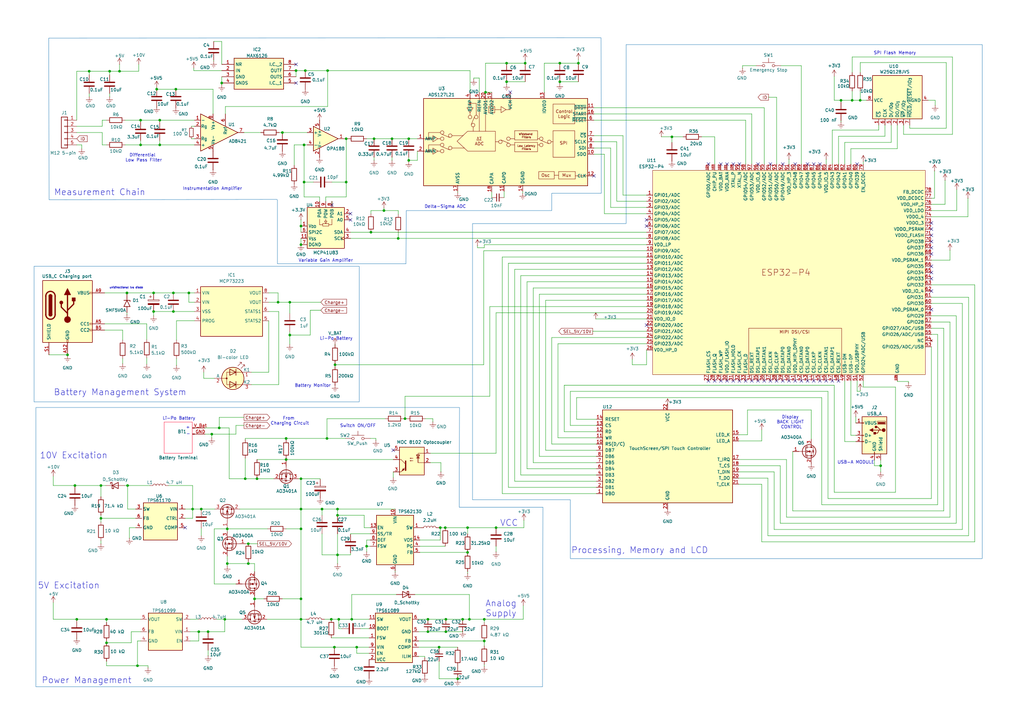
<source format=kicad_sch>
(kicad_sch (version 20250114) (generator "eeschema") (generator_version "9.0")
  (paper "A3")
  (title_block (title "Mobile Force Verification Unit") (date "2025-11-30") (rev "1.0") (company "Innovatest") (comment 1 "Group 02"))
  (rectangle (start 13.97 109.22) (end 147.32 164.846) (stroke (width 0) (color 33 122 182 1)))
  (text "Switch ON/OFF\n" (at 146.812 174.752 0) (effects (font (size 1.27 1.27))))
  (text "Li-Po Battery\n" (at 73.406 171.704 0) (effects (font (size 1.27 1.27))))
  (text "Instrumentation Amplifier" (at 87.122 77.47 0) (effects (font (size 1.27 1.27))))
  (text "Analog\nSupply\n" (at 205.486 249.682 0) (effects (font (size 2.54 2.54))))
  (text "Differential \nLow Pass Filter\n" (at 58.928 64.77 0) (effects (font (size 1.27 1.27))))
  (text "Battery Management System" (at 49.276 161.036 0) (effects (font (size 2.54 2.54))))
  (text "Delta-Sigma ADC" (at 182.626 84.836 0) (effects (font (size 1.27 1.27))))
  (text "Display \nBACK LIGHT \nCONTROL\n" (at 324.612 173.228 0) (effects (font (size 1.27 1.27))))
  (text "SPI Flash Memory\n" (at 367.03 21.844 0) (effects (font (size 1.27 1.27))))
  (text "5V Excitation\n" (at 28.194 240.284 0) (effects (font (size 2.54 2.54))))
  (text "+" (at 77.089 175.387 0) (effects (font (size 1.27 1.27))))
  (text "Li-Po Battery\n" (at 137.922 138.938 0) (effects (font (size 1.27 1.27))))
  (text "USB-A MODULE\n" (at 351.028 189.738 0) (effects (font (size 1.27 1.27))))
  (text "10V Excitation" (at 30.226 186.944 0) (effects (font (size 2.54 2.54))))
  (text "Processing, Memory and LCD" (at 262.382 225.806 0) (effects (font (size 2.54 2.54))))
  (text "Battery Monitor" (at 128.27 158.242 0) (effects (font (size 1.27 1.27))))
  (text "-" (at 77.216 178.054 0) (effects (font (size 1.27 1.27))))
  (text "unidirectional tvs diode" (at 51.816 118.11 0) (effects (font (size 0.762 0.762))))
  (text "VCC\n" (at 208.788 214.63 0) (effects (font (size 2.54 2.54))))
  (text "From \nCharging Circuit\n" (at 118.872 172.72 0) (effects (font (size 1.27 1.27))))
  (text "Measurement Chain\n" (at 40.894 78.994 0) (effects (font (size 2.54 2.54))))
  (text "Power Management" (at 35.56 279.146 0) (effects (font (size 2.54 2.54))))
  (text "Variable Gain Amplifier\n" (at 133.604 106.934 0) (effects (font (size 1.27 1.27))))
  (text_box "" (at 67.31 173.101 0) (size 11.557 12.827) (margins 0.9525 0.9525 0.9525 0.9525) (stroke (width 0) (color 255 18 58 1)) (effects (font (size 1.27 1.27)) (justify left top)))
  (junction (at 191.77 216.408))
  (junction (at 114.046 123.952))
  (junction (at 71.12 127.762))
  (junction (at 134.112 179.832))
  (junction (at 150.368 224.028))
  (junction (at 163.322 97.79))
  (junction (at 349.504 41.148))
  (junction (at 101.854 223.012))
  (junction (at 81.534 259.08))
  (junction (at 123.444 254))
  (junction (at 92.202 254))
  (junction (at 124.714 59.436))
  (junction (at 123.444 196.342))
  (junction (at 27.686 145.542))
  (junction (at 86.868 178.054))
  (junction (at 135.89 254))
  (junction (at 57.658 49.276))
  (junction (at 160.782 56.896))
  (junction (at 78.994 208.788))
  (junction (at 115.824 54.356))
  (junction (at 100.584 196.342))
  (junction (at 52.07 120.142))
  (junction (at 41.402 199.136))
  (junction (at 182.626 216.408))
  (junction (at 123.444 245.618))
  (junction (at 118.872 123.952))
  (junction (at 65.532 59.436))
  (junction (at 192.532 254))
  (junction (at 62.992 120.142))
  (junction (at 344.932 41.148))
  (junction (at 89.916 175.514))
  (junction (at 352.806 41.148))
  (junction (at 36.576 29.21))
  (junction (at 134.366 28.956))
  (junction (at 123.444 100.33))
  (junction (at 71.12 120.142))
  (junction (at 52.324 199.136))
  (junction (at 167.64 56.896))
  (junction (at 207.772 33.528))
  (junction (at 207.772 25.908))
  (junction (at 146.304 265.43))
  (junction (at 144.272 254))
  (junction (at 41.402 212.598))
  (junction (at 203.454 216.408))
  (junction (at 30.734 199.136))
  (junction (at 49.022 29.21))
  (junction (at 117.348 179.832))
  (junction (at 93.218 231.14))
  (junction (at 124.714 74.676))
  (junction (at 138.43 227.584))
  (junction (at 43.688 254))
  (junction (at 182.88 254))
  (junction (at 77.47 120.142))
  (junction (at 85.344 259.08))
  (junction (at 138.43 211.328))
  (junction (at 132.08 208.788))
  (junction (at 101.854 231.14))
  (junction (at 123.444 208.788))
  (junction (at 199.136 37.846))
  (junction (at 104.394 245.618))
  (junction (at 361.188 191.008))
  (junction (at 137.414 149.606))
  (junction (at 152.146 95.25))
  (junction (at 125.222 28.956))
  (junction (at 123.444 216.916))
  (junction (at 157.48 86.36))
  (junction (at 198.628 254))
  (junction (at 215.392 25.908))
  (junction (at 191.77 226.568))
  (junction (at 64.262 36.576))
  (junction (at 187.706 278.384))
  (junction (at 65.532 49.276))
  (junction (at 72.136 36.576))
  (junction (at 138.938 254))
  (junction (at 117.348 188.468))
  (junction (at 141.986 74.676))
  (junction (at 180.086 265.43))
  (junction (at 93.218 216.916))
  (junction (at 275.59 56.134))
  (junction (at 137.16 265.43))
  (junction (at 105.41 196.342))
  (junction (at 167.64 65.786))
  (junction (at 123.444 92.71))
  (junction (at 121.412 28.956))
  (junction (at 82.55 208.788))
  (junction (at 229.616 25.908))
  (junction (at 31.496 254))
  (junction (at 180.594 216.408))
  (junction (at 189.738 254))
  (junction (at 229.616 33.528))
  (junction (at 166.116 171.704))
  (junction (at 175.514 254))
  (junction (at 62.992 127.762))
  (junction (at 198.628 262.89))
  (junction (at 90.932 34.036))
  (junction (at 175.514 259.08))
  (junction (at 237.236 25.908))
  (junction (at 141.986 56.896))
  (junction (at 153.416 56.896))
  (junction (at 56.388 273.05))
  (junction (at 43.688 263.652))
  (junction (at 138.43 208.788))
  (junction (at 57.658 59.436))
  (junction (at 182.88 259.08))
  (junction (at 44.958 29.21))
  (junction (at 118.872 137.414))
  (no_connect (at 300.736 156.21))
  (no_connect (at 382.016 114.3))
  (no_connect (at 75.946 216.408))
  (no_connect (at 382.016 109.22))
  (no_connect (at 209.296 37.846))
  (no_connect (at 382.016 101.6))
  (no_connect (at 295.656 67.31))
  (no_connect (at 295.656 156.21))
  (no_connect (at 290.576 156.21))
  (no_connect (at 313.436 156.21))
  (no_connect (at 308.356 156.21))
  (no_connect (at 265.176 92.71))
  (no_connect (at 265.176 133.35))
  (no_connect (at 298.196 67.31))
  (no_connect (at 382.016 104.14))
  (no_connect (at 265.176 90.17))
  (no_connect (at 305.816 156.21))
  (no_connect (at 333.756 156.21))
  (no_connect (at 143.764 87.63))
  (no_connect (at 321.056 67.31))
  (no_connect (at 321.056 156.21))
  (no_connect (at 121.412 26.416))
  (no_connect (at 333.756 67.31))
  (no_connect (at 382.016 119.38))
  (no_connect (at 243.586 72.136))
  (no_connect (at 326.136 67.31))
  (no_connect (at 298.196 156.21))
  (no_connect (at 293.116 156.21))
  (no_connect (at 331.216 67.31))
  (no_connect (at 343.916 156.21))
  (no_connect (at 143.764 90.17))
  (no_connect (at 382.016 93.98))
  (no_connect (at 323.596 156.21))
  (no_connect (at 300.736 67.31))
  (no_connect (at 382.016 91.44))
  (no_connect (at 382.016 111.76))
  (no_connect (at 315.976 156.21))
  (no_connect (at 331.216 156.21))
  (no_connect (at 336.296 67.31))
  (no_connect (at 290.576 67.31))
  (no_connect (at 382.016 96.52))
  (no_connect (at 336.296 156.21))
  (no_connect (at 310.896 156.21))
  (no_connect (at 161.29 184.658))
  (no_connect (at 136.144 84.074))
  (no_connect (at 341.376 156.21))
  (no_connect (at 328.676 156.21))
  (no_connect (at 318.516 156.21))
  (no_connect (at 303.276 67.31))
  (no_connect (at 382.016 99.06))
  (no_connect (at 315.976 67.31))
  (no_connect (at 338.836 156.21))
  (no_connect (at 310.896 67.31))
  (no_connect (at 303.276 156.21))
  (no_connect (at 121.412 34.036))
  (no_connect (at 326.136 156.21))
  (no_connect (at 382.016 127))
  (no_connect (at 351.536 67.31))
  (wire (pts (xy 65.532 57.658) (xy 65.532 59.436)))
  (wire (pts (xy 134.366 28.956) (xy 192.786 28.956)))
  (wire (pts (xy 82.55 208.788) (xy 78.994 208.788)))
  (wire (pts (xy 351.536 156.21) (xy 351.536 160.528)))
  (wire (pts (xy 143.764 218.948) (xy 151.892 218.948)))
  (wire (pts (xy 78.486 51.816) (xy 79.756 51.816)))
  (wire (pts (xy 344.932 41.91) (xy 344.932 41.148)))
  (wire (pts (xy 41.91 51.816) (xy 41.91 49.276)))
  (wire (pts (xy 160.782 64.516) (xy 160.782 65.786)))
  (wire (pts (xy 318.516 67.31) (xy 318.516 39.878)))
  (wire (pts (xy 244.602 174.498) (xy 233.934 174.498)))
  (wire (pts (xy 41.91 59.436) (xy 43.688 59.436)))
  (wire (pts (xy 137.16 265.43) (xy 146.304 265.43)))
  (wire (pts (xy 198.628 273.304) (xy 198.628 272.542)))
  (wire (pts (xy 78.994 208.788) (xy 78.994 199.136)))
  (wire (pts (xy 81.534 259.08) (xy 81.534 262.89)))
  (wire (pts (xy 247.904 63.246) (xy 247.904 87.63)))
  (wire (pts (xy 392.176 129.54) (xy 382.016 129.54)))
  (wire (pts (xy 79.502 28.956) (xy 90.932 28.956)))
  (wire (pts (xy 243.586 44.196) (xy 313.436 44.196)))
  (wire (pts (xy 122.428 196.342) (xy 123.444 196.342)))
  (wire (pts (xy 198.374 102.87) (xy 265.176 102.87)))
  (wire (pts (xy 384.556 137.16) (xy 384.556 207.01)))
  (wire (pts (xy 215.392 33.528) (xy 207.772 33.528)))
  (wire (pts (xy 81.534 259.08) (xy 77.978 259.08)))
  (wire (pts (xy 110.236 131.572) (xy 110.236 152.654)))
  (wire (pts (xy 137.414 149.606) (xy 198.374 149.606)))
  (wire (pts (xy 342.138 201.93) (xy 367.284 201.93)))
  (wire (pts (xy 61.468 199.136) (xy 52.324 199.136)))
  (wire (pts (xy 342.138 157.988) (xy 342.138 201.93)))
  (wire (pts (xy 92.456 43.688) (xy 134.366 43.688)))
  (wire (pts (xy 114.3 127.762) (xy 114.3 157.734)))
  (wire (pts (xy 180.594 216.408) (xy 180.594 221.488)))
  (wire (pts (xy 144.272 243.84) (xy 144.272 254)))
  (wire (pts (xy 180.086 271.272) (xy 180.086 278.384)))
  (wire (pts (xy 90.932 34.036) (xy 90.932 31.496)))
  (wire (pts (xy 93.98 196.342) (xy 100.584 196.342)))
  (wire (pts (xy 21.844 247.142) (xy 21.844 254)))
  (wire (pts (xy 226.314 182.118) (xy 244.602 182.118)))
  (wire (pts (xy 123.444 208.788) (xy 132.08 208.788)))
  (wire (pts (xy 304.546 26.924) (xy 310.134 26.924)))
  (wire (pts (xy 303.022 180.848) (xy 312.42 180.848)))
  (wire (pts (xy 389.636 132.08) (xy 382.016 132.08)))
  (wire (pts (xy 87.376 36.576) (xy 87.376 46.736)))
  (wire (pts (xy 348.996 67.31) (xy 348.996 60.96)))
  (wire (pts (xy 216.154 192.278) (xy 244.602 192.278)))
  (wire (pts (xy 320.04 191.008) (xy 320.04 214.63)))
  (wire (pts (xy 141.732 179.832) (xy 134.112 179.832)))
  (wire (pts (xy 382.016 142.24) (xy 382.016 204.47)))
  (wire (pts (xy 351.028 181.102) (xy 346.456 181.102)))
  (wire (pts (xy 117.348 179.832) (xy 134.112 179.832)))
  (wire (pts (xy 57.658 59.436) (xy 65.532 59.436)))
  (wire (pts (xy 303.022 196.088) (xy 314.96 196.088)))
  (wire (pts (xy 250.444 85.09) (xy 265.176 85.09)))
  (wire (pts (xy 214.63 248.412) (xy 214.63 254)))
  (wire (pts (xy 171.704 262.89) (xy 198.628 262.89)))
  (wire (pts (xy 325.12 185.166) (xy 325.12 209.55)))
  (wire (pts (xy 141.986 74.676) (xy 141.986 80.772)))
  (wire (pts (xy 228.854 140.97) (xy 265.176 140.97)))
  (wire (pts (xy 361.188 191.008) (xy 361.188 193.548)))
  (wire (pts (xy 243.586 49.276) (xy 305.816 49.276)))
  (wire (pts (xy 60.198 132.842) (xy 60.198 139.192)))
  (wire (pts (xy 117.348 188.468) (xy 161.29 188.468)))
  (wire (pts (xy 223.774 123.19) (xy 265.176 123.19)))
  (wire (pts (xy 36.576 38.354) (xy 36.576 39.624)))
  (wire (pts (xy 138.43 208.788) (xy 162.052 208.788)))
  (wire (pts (xy 201.676 78.74) (xy 201.676 81.026)))
  (wire (pts (xy 150.368 221.488) (xy 150.368 224.028)))
  (wire (pts (xy 244.602 171.958) (xy 236.474 171.958)))
  (wire (pts (xy 349.504 29.718) (xy 349.504 23.368)))
  (wire (pts (xy 157.48 85.344) (xy 157.48 86.36)))
  (wire (pts (xy 136.144 74.676) (xy 141.986 74.676)))
  (wire (pts (xy 176.53 189.738) (xy 180.848 189.738)))
  (wire (pts (xy 57.658 57.658) (xy 57.658 59.436)))
  (wire (pts (xy 382.016 137.16) (xy 384.556 137.16)))
  (wire (pts (xy 180.086 278.384) (xy 187.706 278.384)))
  (wire (pts (xy 180.848 189.738) (xy 180.848 193.548)))
  (wire (pts (xy 236.474 171.958) (xy 236.474 163.068)))
  (wire (pts (xy 21.844 254) (xy 31.496 254)))
  (wire (pts (xy 123.444 196.342) (xy 131.318 196.342)))
  (wire (pts (xy 105.41 188.468) (xy 117.348 188.468)))
  (wire (pts (xy 198.374 102.87) (xy 198.374 149.606)))
  (wire (pts (xy 57.658 49.276) (xy 65.532 49.276)))
  (wire (pts (xy 43.688 273.05) (xy 56.388 273.05)))
  (wire (pts (xy 41.402 199.136) (xy 41.402 203.708)))
  (wire (pts (xy 43.688 271.272) (xy 43.688 273.05)))
  (wire (pts (xy 265.176 143.51) (xy 265.176 149.606)))
  (wire (pts (xy 154.178 179.832) (xy 154.178 180.594)))
  (wire (pts (xy 151.892 221.488) (xy 150.368 221.488)))
  (wire (pts (xy 223.774 184.658) (xy 244.602 184.658)))
  (wire (pts (xy 31.496 59.436) (xy 33.528 59.436)))
  (wire (pts (xy 115.824 245.618) (xy 123.444 245.618)))
  (wire (pts (xy 137.414 149.098) (xy 137.414 149.606)))
  (wire (pts (xy 172.212 224.028) (xy 182.626 224.028)))
  (wire (pts (xy 30.734 199.644) (xy 30.734 199.136)))
  (wire (pts (xy 150.368 56.896) (xy 153.416 56.896)))
  (wire (pts (xy 62.992 127.762) (xy 62.992 129.54)))
  (wire (pts (xy 163.322 97.79) (xy 265.176 97.79)))
  (wire (pts (xy 133.096 254) (xy 135.89 254)))
  (wire (pts (xy 243.586 55.626) (xy 255.524 55.626)))
  (wire (pts (xy 131.318 196.596) (xy 131.318 196.342)))
  (wire (pts (xy 72.136 36.576) (xy 87.376 36.576)))
  (wire (pts (xy 199.136 37.846) (xy 201.676 37.846)))
  (wire (pts (xy 198.628 254) (xy 214.63 254)))
  (wire (pts (xy 243.078 135.89) (xy 265.176 135.89)))
  (wire (pts (xy 123.444 97.79) (xy 123.444 100.33)))
  (wire (pts (xy 115.824 54.356) (xy 125.984 54.356)))
  (wire (pts (xy 151.892 224.028) (xy 150.368 224.028)))
  (wire (pts (xy 43.688 263.652) (xy 43.688 262.89)))
  (wire (pts (xy 166.116 162.56) (xy 166.116 171.704)))
  (wire (pts (xy 339.598 160.528) (xy 339.598 204.47)))
  (wire (pts (xy 123.444 216.916) (xy 123.444 245.618)))
  (wire (pts (xy 85.344 266.7) (xy 85.344 268.986)))
  (wire (pts (xy 100.076 54.356) (xy 106.934 54.356)))
  (wire (pts (xy 244.602 177.038) (xy 231.394 177.038)))
  (wire (pts (xy 71.12 120.142) (xy 77.47 120.142)))
  (wire (pts (xy 199.136 25.908) (xy 207.772 25.908)))
  (wire (pts (xy 233.934 160.528) (xy 339.598 160.528)))
  (wire (pts (xy 320.04 214.63) (xy 392.176 214.63)))
  (wire (pts (xy 221.234 120.65) (xy 265.176 120.65)))
  (wire (pts (xy 172.212 216.408) (xy 172.466 216.408)))
  (wire (pts (xy 118.872 123.952) (xy 118.872 128.524)))
  (wire (pts (xy 382.016 124.46) (xy 394.716 124.46)))
  (wire (pts (xy 203.454 185.928) (xy 203.454 128.27)))
  (wire (pts (xy 367.284 201.93) (xy 367.284 158.75)))
  (wire (pts (xy 387.096 134.62) (xy 382.016 134.62)))
  (wire (pts (xy 96.774 174.498) (xy 96.774 178.054)))
  (wire (pts (xy 382.016 106.68) (xy 389.636 106.68)))
  (wire (pts (xy 85.344 259.08) (xy 92.202 259.08)))
  (wire (pts (xy 31.496 254) (xy 43.688 254)))
  (wire (pts (xy 84.074 178.054) (xy 86.868 178.054)))
  (wire (pts (xy 157.48 86.36) (xy 152.146 86.36)))
  (wire (pts (xy 110.236 120.142) (xy 114.046 120.142)))
  (wire (pts (xy 153.416 65.786) (xy 153.416 64.516)))
  (wire (pts (xy 41.91 54.356) (xy 41.91 59.436)))
  (wire (pts (xy 328.676 26.924) (xy 328.676 67.31)))
  (wire (pts (xy 82.55 209.042) (xy 82.55 208.788)))
  (wire (pts (xy 134.112 171.704) (xy 134.112 179.832)))
  (wire (pts (xy 56.388 262.89) (xy 56.388 273.05)))
  (wire (pts (xy 65.532 59.436) (xy 79.756 59.436)))
  (wire (pts (xy 117.348 179.832) (xy 117.348 180.34)))
  (wire (pts (xy 93.218 231.14) (xy 101.854 231.14)))
  (wire (pts (xy 344.932 41.148) (xy 349.504 41.148)))
  (wire (pts (xy 93.218 231.14) (xy 93.218 232.156)))
  (wire (pts (xy 127.254 127.254) (xy 131.572 127.254)))
  (wire (pts (xy 160.782 56.896) (xy 167.64 56.896)))
  (wire (pts (xy 43.688 254) (xy 43.688 255.27)))
  (wire (pts (xy 191.77 226.822) (xy 191.77 226.568)))
  (wire (pts (xy 304.546 27.94) (xy 304.546 26.924)))
  (wire (pts (xy 361.188 191.008) (xy 358.648 191.008)))
  (wire (pts (xy 44.958 29.21) (xy 49.022 29.21)))
  (wire (pts (xy 43.434 199.136) (xy 41.402 199.136)))
  (wire (pts (xy 92.202 254) (xy 99.314 254)))
  (wire (pts (xy 141.986 80.772) (xy 133.604 80.772)))
  (wire (pts (xy 146.304 267.97) (xy 146.304 265.43)))
  (wire (pts (xy 192.532 243.84) (xy 192.532 254)))
  (wire (pts (xy 167.64 65.786) (xy 171.196 65.786)))
  (wire (pts (xy 42.926 132.842) (xy 60.198 132.842)))
  (wire (pts (xy 200.914 125.73) (xy 200.914 162.56)))
  (wire (pts (xy 252.984 82.55) (xy 265.176 82.55)))
  (wire (pts (xy 180.086 216.408) (xy 180.594 216.408)))
  (wire (pts (xy 144.272 254) (xy 151.384 254)))
  (wire (pts (xy 90.932 34.798) (xy 90.932 34.036)))
  (wire (pts (xy 177.546 172.974) (xy 177.546 171.704)))
  (wire (pts (xy 346.456 58.42) (xy 365.506 58.42)))
  (wire (pts (xy 237.236 25.908) (xy 229.616 25.908)))
  (wire (pts (xy 100.584 187.96) (xy 100.584 196.342)))
  (wire (pts (xy 118.872 123.952) (xy 131.572 123.952)))
  (wire (pts (xy 55.626 216.408) (xy 53.086 216.408)))
  (wire (pts (xy 358.648 191.008) (xy 358.648 188.722)))
  (wire (pts (xy 108.204 245.618) (xy 104.394 245.618)))
  (wire (pts (xy 306.578 168.148) (xy 306.578 178.308)))
  (wire (pts (xy 114.554 54.356) (xy 115.824 54.356)))
  (wire (pts (xy 337.058 163.068) (xy 337.058 207.01)))
  (wire (pts (xy 221.234 187.198) (xy 244.602 187.198)))
  (wire (pts (xy 231.394 157.988) (xy 342.138 157.988)))
  (wire (pts (xy 216.154 115.57) (xy 216.154 192.278)))
  (wire (pts (xy 110.236 127.762) (xy 114.3 127.762)))
  (wire (pts (xy 167.64 56.896) (xy 171.196 56.896)))
  (wire (pts (xy 44.958 38.354) (xy 44.958 39.624)))
  (wire (pts (xy 182.88 254) (xy 189.738 254)))
  (wire (pts (xy 171.196 65.786) (xy 171.196 61.976)))
  (wire (pts (xy 382.016 86.36) (xy 392.43 86.36)))
  (wire (pts (xy 344.932 50.038) (xy 344.932 49.53)))
  (wire (pts (xy 237.236 25.908) (xy 237.236 26.162)))
  (wire (pts (xy 273.812 165.608) (xy 273.812 166.116)))
  (wire (pts (xy 52.07 120.142) (xy 62.992 120.142)))
  (wire (pts (xy 41.91 49.276) (xy 43.688 49.276)))
  (wire (pts (xy 392.176 129.54) (xy 392.176 214.63)))
  (wire (pts (xy 354.076 156.21) (xy 354.076 158.75)))
  (wire (pts (xy 138.43 227.584) (xy 143.764 227.584)))
  (wire (pts (xy 81.534 262.89) (xy 77.978 262.89)))
  (wire (pts (xy 223.266 25.908) (xy 223.266 37.846)))
  (wire (pts (xy 176.53 185.928) (xy 203.454 185.928)))
  (wire (pts (xy 21.844 199.136) (xy 30.734 199.136)))
  (wire (pts (xy 180.594 216.408) (xy 182.626 216.408)))
  (wire (pts (xy 213.614 194.818) (xy 244.602 194.818)))
  (wire (pts (xy 221.234 120.65) (xy 221.234 187.198)))
  (wire (pts (xy 96.774 178.054) (xy 86.868 178.054)))
  (wire (pts (xy 317.5 217.17) (xy 394.716 217.17)))
  (wire (pts (xy 388.112 52.578) (xy 373.126 52.578)))
  (wire (pts (xy 52.324 199.136) (xy 52.324 208.788)))
  (wire (pts (xy 53.848 263.652) (xy 43.688 263.652)))
  (wire (pts (xy 171.704 265.43) (xy 180.086 265.43)))
  (wire (pts (xy 118.872 136.144) (xy 118.872 137.414)))
  (wire (pts (xy 372.618 156.464) (xy 372.618 156.972)))
  (wire (pts (xy 293.116 56.134) (xy 293.116 67.31)))
  (wire (pts (xy 87.884 216.916) (xy 93.218 216.916)))
  (wire (pts (xy 110.236 123.952) (xy 114.046 123.952)))
  (wire (pts (xy 390.652 55.118) (xy 390.652 23.368)))
  (wire (pts (xy 175.514 259.08) (xy 182.88 259.08)))
  (wire (pts (xy 114.046 123.952) (xy 118.872 123.952)))
  (wire (pts (xy 132.08 227.584) (xy 138.43 227.584)))
  (wire (pts (xy 89.916 171.196) (xy 89.916 175.514)))
  (wire (pts (xy 213.614 113.03) (xy 265.176 113.03)))
  (wire (pts (xy 143.764 219.202) (xy 143.764 218.948)))
  (wire (pts (xy 123.444 265.43) (xy 137.16 265.43)))
  (wire (pts (xy 114.046 120.142) (xy 114.046 123.952)))
  (wire (pts (xy 305.816 49.276) (xy 305.816 67.31)))
  (wire (pts (xy 203.454 128.27) (xy 265.176 128.27)))
  (wire (pts (xy 112.268 196.342) (xy 105.41 196.342)))
  (wire (pts (xy 143.764 95.25) (xy 152.146 95.25)))
  (wire (pts (xy 313.436 67.31) (xy 313.436 44.196)))
  (wire (pts (xy 218.694 118.11) (xy 218.694 189.738)))
  (wire (pts (xy 52.07 129.032) (xy 52.07 128.27)))
  (wire (pts (xy 208.534 107.95) (xy 265.176 107.95)))
  (wire (pts (xy 166.116 162.56) (xy 200.914 162.56)))
  (wire (pts (xy 100.584 179.832) (xy 117.348 179.832)))
  (wire (pts (xy 100.584 180.34) (xy 100.584 179.832)))
  (wire (pts (xy 60.706 273.812) (xy 60.706 273.05)))
  (wire (pts (xy 198.628 262.89) (xy 198.628 264.922)))
  (wire (pts (xy 81.28 254) (xy 77.978 254)))
  (wire (pts (xy 275.59 56.134) (xy 275.59 58.42)))
  (wire (pts (xy 352.806 160.02) (xy 352.806 160.528)))
  (wire (pts (xy 141.224 56.896) (xy 141.986 56.896)))
  (wire (pts (xy 351.028 173.482) (xy 351.028 170.942)))
  (wire (pts (xy 162.56 243.84) (xy 144.272 243.84)))
  (wire (pts (xy 341.376 67.31) (xy 341.376 53.34)))
  (wire (pts (xy 192.786 28.956) (xy 192.786 37.846)))
  (wire (pts (xy 349.504 37.338) (xy 349.504 41.148)))
  (wire (pts (xy 123.444 245.618) (xy 123.444 254)))
  (wire (pts (xy 370.586 55.118) (xy 390.652 55.118)))
  (wire (pts (xy 137.414 141.224) (xy 137.414 141.478)))
  (wire (pts (xy 387.604 73.914) (xy 387.604 83.82)))
  (wire (pts (xy 214.376 79.248) (xy 214.376 78.486)))
  (wire (pts (xy 105.41 196.088) (xy 105.41 196.342)))
  (wire (pts (xy 165.608 171.704) (xy 166.116 171.704)))
  (wire (pts (xy 255.524 80.01) (xy 265.176 80.01)))
  (wire (pts (xy 56.896 29.21) (xy 49.022 29.21)))
  (wire (pts (xy 346.456 67.31) (xy 346.456 58.42)))
  (wire (pts (xy 200.914 125.73) (xy 265.176 125.73)))
  (wire (pts (xy 228.854 140.97) (xy 228.854 179.578)))
  (wire (pts (xy 31.496 51.816) (xy 41.91 51.816)))
  (wire (pts (xy 60.198 146.812) (xy 60.198 149.352)))
  (wire (pts (xy 104.394 244.602) (xy 104.394 245.618)))
  (wire (pts (xy 153.416 56.896) (xy 160.782 56.896)))
  (wire (pts (xy 132.08 208.788) (xy 138.43 208.788)))
  (wire (pts (xy 86.868 178.054) (xy 86.868 179.578)))
  (wire (pts (xy 125.984 59.436) (xy 124.714 59.436)))
  (wire (pts (xy 117.348 216.916) (xy 123.444 216.916)))
  (wire (pts (xy 121.412 28.956) (xy 125.222 28.956)))
  (wire (pts (xy 27.686 145.796) (xy 27.686 145.542)))
  (wire (pts (xy 332.74 168.148) (xy 332.74 180.086)))
  (wire (pts (xy 387.096 134.62) (xy 387.096 209.55)))
  (wire (pts (xy 123.444 254) (xy 125.476 254)))
  (wire (pts (xy 215.392 24.638) (xy 215.392 25.908)))
  (wire (pts (xy 373.126 52.578) (xy 373.126 51.308)))
  (wire (pts (xy 195.834 101.6) (xy 195.834 100.838)))
  (wire (pts (xy 362.966 55.88) (xy 362.966 51.308)))
  (wire (pts (xy 383.54 41.148) (xy 383.54 43.18)))
  (wire (pts (xy 31.496 54.356) (xy 41.91 54.356)))
  (wire (pts (xy 192.532 254) (xy 198.628 254)))
  (wire (pts (xy 163.322 87.884) (xy 163.322 86.36)))
  (wire (pts (xy 83.566 155.194) (xy 87.884 155.194)))
  (wire (pts (xy 303.022 198.628) (xy 312.42 198.628)))
  (wire (pts (xy 382.016 83.82) (xy 387.604 83.82)))
  (wire (pts (xy 208.534 107.95) (xy 208.534 199.898)))
  (wire (pts (xy 50.292 135.382) (xy 50.292 139.446)))
  (wire (pts (xy 64.262 44.196) (xy 64.262 43.688)))
  (wire (pts (xy 87.63 25.146) (xy 87.63 24.638)))
  (wire (pts (xy 389.636 102.616) (xy 389.636 106.68)))
  (wire (pts (xy 57.658 262.89) (xy 56.388 262.89)))
  (wire (pts (xy 100.584 196.342) (xy 105.41 196.342)))
  (wire (pts (xy 82.55 208.788) (xy 88.138 208.788)))
  (wire (pts (xy 170.18 243.84) (xy 192.532 243.84)))
  (wire (pts (xy 175.514 254) (xy 182.88 254)))
  (wire (pts (xy 216.154 115.57) (xy 265.176 115.57)))
  (wire (pts (xy 100.076 174.498) (xy 96.774 174.498)))
  (wire (pts (xy 172.212 226.568) (xy 191.77 226.568)))
  (wire (pts (xy 382.016 121.92) (xy 397.256 121.92)))
  (wire (pts (xy 87.884 216.916) (xy 87.884 239.522)))
  (wire (pts (xy 233.934 174.498) (xy 233.934 160.528)))
  (wire (pts (xy 167.64 65.786) (xy 167.64 64.516)))
  (wire (pts (xy 104.394 231.14) (xy 104.394 234.442)))
  (wire (pts (xy 163.322 86.36) (xy 157.48 86.36)))
  (wire (pts (xy 161.29 193.548) (xy 161.29 195.834)))
  (wire (pts (xy 135.89 261.62) (xy 151.384 261.62)))
  (wire (pts (xy 318.516 39.878) (xy 315.214 39.878)))
  (wire (pts (xy 198.628 101.6) (xy 195.834 101.6)))
  (wire (pts (xy 123.444 92.71) (xy 123.444 95.25)))
  (wire (pts (xy 93.98 175.514) (xy 93.98 196.342)))
  (wire (pts (xy 171.704 259.08) (xy 175.514 259.08)))
  (wire (pts (xy 51.308 59.436) (xy 57.658 59.436)))
  (wire (pts (xy 343.916 55.88) (xy 362.966 55.88)))
  (wire (pts (xy 151.892 216.408) (xy 149.352 216.408)))
  (wire (pts (xy 42.926 120.142) (xy 52.07 120.142)))
  (wire (pts (xy 354.076 67.31) (xy 354.076 66.294)))
  (wire (pts (xy 205.994 105.41) (xy 205.994 202.438)))
  (wire (pts (xy 252.984 58.166) (xy 252.984 82.55)))
  (wire (pts (xy 250.444 85.09) (xy 250.444 60.706)))
  (wire (pts (xy 78.994 212.598) (xy 75.946 212.598)))
  (wire (pts (xy 389.636 132.08) (xy 389.636 212.09)))
  (wire (pts (xy 228.854 179.578) (xy 244.602 179.578)))
  (wire (pts (xy 198.628 100.33) (xy 265.176 100.33)))
  (wire (pts (xy 182.88 259.08) (xy 189.738 259.08)))
  (wire (pts (xy 162.052 234.188) (xy 162.052 234.696)))
  (wire (pts (xy 21.844 195.326) (xy 21.844 199.136)))
  (wire (pts (xy 243.586 46.736) (xy 308.356 46.736)))
  (wire (pts (xy 78.486 56.896) (xy 79.756 56.896)))
  (wire (pts (xy 137.414 149.606) (xy 137.414 150.368)))
  (wire (pts (xy 64.262 35.814) (xy 64.262 36.576)))
  (wire (pts (xy 65.532 49.276) (xy 79.756 49.276)))
  (wire (pts (xy 96.774 239.522) (xy 87.884 239.522)))
  (wire (pts (xy 322.58 188.468) (xy 322.58 212.09)))
  (wire (pts (xy 306.578 168.148) (xy 332.74 168.148)))
  (wire (pts (xy 187.706 278.384) (xy 187.706 278.638)))
  (wire (pts (xy 198.628 101.6) (xy 198.628 100.33)))
  (wire (pts (xy 215.392 25.908) (xy 207.772 25.908)))
  (wire (pts (xy 303.022 188.468) (xy 322.58 188.468)))
  (wire (pts (xy 314.96 196.088) (xy 314.96 219.71)))
  (wire (pts (xy 203.454 216.408) (xy 214.884 216.408)))
  (wire (pts (xy 65.532 49.276) (xy 65.532 50.038)))
  (wire (pts (xy 177.546 171.704) (xy 174.498 171.704)))
  (wire (pts (xy 78.994 208.788) (xy 78.994 212.598)))
  (wire (pts (xy 259.334 149.606) (xy 265.176 149.606)))
  (wire (pts (xy 121.412 28.956) (xy 121.412 31.496)))
  (wire (pts (xy 41.402 223.012) (xy 41.402 221.742)))
  (wire (pts (xy 103.124 157.734) (xy 114.3 157.734)))
  (wire (pts (xy 339.598 204.47) (xy 382.016 204.47)))
  (wire (pts (xy 132.08 218.948) (xy 132.08 227.584)))
  (wire (pts (xy 138.938 254) (xy 144.272 254)))
  (wire (pts (xy 71.12 127.762) (xy 79.756 127.762)))
  (wire (pts (xy 388.112 25.654) (xy 388.112 52.578)))
  (wire (pts (xy 53.086 216.408) (xy 53.086 220.726)))
  (wire (pts (xy 205.994 105.41) (xy 265.176 105.41)))
  (wire (pts (xy 383.286 70.104) (xy 383.286 81.28)))
  (wire (pts (xy 218.694 189.738) (xy 244.602 189.738)))
  (wire (pts (xy 354.076 158.75) (xy 367.284 158.75)))
  (wire (pts (xy 146.304 265.43) (xy 151.384 265.43)))
  (wire (pts (xy 104.394 231.14) (xy 101.854 231.14)))
  (wire (pts (xy 196.596 32.004) (xy 196.596 37.846)))
  (wire (pts (xy 83.566 152.654) (xy 83.566 155.194)))
  (wire (pts (xy 92.456 46.736) (xy 92.456 43.688)))
  (wire (pts (xy 109.474 254) (xy 123.444 254)))
  (wire (pts (xy 166.116 171.704) (xy 166.878 171.704)))
  (wire (pts (xy 101.854 222.758) (xy 101.854 223.012)))
  (wire (pts (xy 349.504 41.148) (xy 352.806 41.148)))
  (wire (pts (xy 147.828 257.81) (xy 151.384 257.81)))
  (wire (pts (xy 78.994 208.788) (xy 75.946 208.788)))
  (wire (pts (xy 244.348 130.81) (xy 265.176 130.81)))
  (wire (pts (xy 351.536 160.528) (xy 352.806 160.528)))
  (wire (pts (xy 229.616 34.29) (xy 229.616 33.528)))
  (wire (pts (xy 180.594 221.488) (xy 172.212 221.488)))
  (wire (pts (xy 306.578 178.308) (xy 303.022 178.308)))
  (wire (pts (xy 31.496 49.276) (xy 31.496 29.21)))
  (wire (pts (xy 180.086 265.43) (xy 187.706 265.43)))
  (wire (pts (xy 328.676 26.924) (xy 320.294 26.924)))
  (wire (pts (xy 346.456 156.21) (xy 346.456 181.102)))
  (wire (pts (xy 380.746 41.148) (xy 383.54 41.148)))
  (wire (pts (xy 52.324 208.788) (xy 55.626 208.788)))
  (wire (pts (xy 36.576 29.21) (xy 36.576 30.734)))
  (wire (pts (xy 226.314 138.43) (xy 265.176 138.43)))
  (wire (pts (xy 146.304 267.97) (xy 151.384 267.97)))
  (wire (pts (xy 352.806 37.338) (xy 352.806 41.148)))
  (wire (pts (xy 259.334 147.32) (xy 259.334 149.606)))
  (wire (pts (xy 132.08 208.788) (xy 132.08 211.328)))
  (wire (pts (xy 140.208 257.81) (xy 138.938 257.81)))
  (wire (pts (xy 92.202 254) (xy 92.202 259.08)))
  (wire (pts (xy 275.59 56.134) (xy 280.162 56.134)))
  (wire (pts (xy 79.502 27.94) (xy 79.502 28.956)))
  (wire (pts (xy 124.714 59.436) (xy 120.65 59.436)))
  (wire (pts (xy 349.504 23.368) (xy 390.652 23.368)))
  (wire (pts (xy 194.31 32.004) (xy 196.596 32.004)))
  (wire (pts (xy 124.714 59.436) (xy 124.714 74.676)))
  (wire (pts (xy 149.352 216.408) (xy 149.352 211.328)))
  (wire (pts (xy 87.63 17.018) (xy 90.932 17.018)))
  (wire (pts (xy 104.394 245.618) (xy 104.394 246.38)))
  (wire (pts (xy 77.47 120.142) (xy 79.756 120.142)))
  (wire (pts (xy 51.308 49.276) (xy 57.658 49.276)))
  (wire (pts (xy 138.43 218.948) (xy 138.43 227.584)))
  (wire (pts (xy 131.064 80.772) (xy 124.714 80.772)))
  (wire (pts (xy 342.138 41.148) (xy 344.932 41.148)))
  (wire (pts (xy 211.074 110.49) (xy 265.176 110.49)))
  (wire (pts (xy 368.046 156.464) (xy 368.046 156.21)))
  (wire (pts (xy 187.706 273.05) (xy 187.706 273.304)))
  (wire (pts (xy 382.016 81.28) (xy 383.286 81.28)))
  (wire (pts (xy 287.782 56.134) (xy 293.116 56.134)))
  (wire (pts (xy 78.994 199.136) (xy 69.088 199.136)))
  (wire (pts (xy 343.916 67.31) (xy 343.916 55.88)))
  (wire (pts (xy 247.904 87.63) (xy 265.176 87.63)))
  (wire (pts (xy 214.884 213.36) (xy 214.884 216.408)))
  (wire (pts (xy 167.64 66.294) (xy 167.64 65.786)))
  (wire (pts (xy 57.658 49.276) (xy 57.658 50.038)))
  (wire (pts (xy 79.756 131.572) (xy 72.39 131.572)))
  (wire (pts (xy 31.496 29.21) (xy 36.576 29.21)))
  (wire (pts (xy 62.992 120.142) (xy 71.12 120.142)))
  (wire (pts (xy 124.714 80.772) (xy 124.714 74.676)))
  (wire (pts (xy 101.854 231.14) (xy 101.854 230.378)))
  (wire (pts (xy 33.528 59.436) (xy 33.528 60.96)))
  (wire (pts (xy 317.5 193.548) (xy 317.5 217.17)))
  (wire (pts (xy 141.986 56.896) (xy 141.986 74.676)))
  (wire (pts (xy 43.688 254) (xy 57.658 254)))
  (wire (pts (xy 351.028 178.562) (xy 348.996 178.562)))
  (wire (pts (xy 41.402 211.328) (xy 41.402 212.598)))
  (wire (pts (xy 244.602 199.898) (xy 208.534 199.898)))
  (wire (pts (xy 199.136 25.908) (xy 199.136 37.846)))
  (wire (pts (xy 323.596 65.278) (xy 323.596 67.31)))
  (wire (pts (xy 53.848 263.652) (xy 53.848 259.08)))
  (wire (pts (xy 41.402 212.598) (xy 41.402 214.122)))
  (wire (pts (xy 368.046 51.308) (xy 368.046 60.96)))
  (wire (pts (xy 194.31 32.512) (xy 194.31 32.004)))
  (wire (pts (xy 123.444 254) (xy 123.444 265.43)))
  (wire (pts (xy 152.146 95.25) (xy 265.176 95.25)))
  (wire (pts (xy 138.43 208.788) (xy 138.43 211.328)))
  (wire (pts (xy 93.218 216.916) (xy 93.218 217.932)))
  (wire (pts (xy 237.236 24.384) (xy 237.236 25.908)))
  (wire (pts (xy 312.42 180.848) (xy 312.42 176.276)))
  (wire (pts (xy 36.576 29.21) (xy 44.958 29.21)))
  (wire (pts (xy 312.42 198.628) (xy 312.42 222.25)))
  (wire (pts (xy 31.496 261.62) (xy 31.496 262.128)))
  (wire (pts (xy 31.496 254) (xy 31.496 254.508)))
  (wire (pts (xy 20.066 145.542) (xy 27.686 145.542)))
  (wire (pts (xy 244.602 197.358) (xy 211.074 197.358)))
  (wire (pts (xy 135.89 254) (xy 138.938 254)))
  (wire (pts (xy 118.872 137.414) (xy 118.872 141.224)))
  (wire (pts (xy 77.47 123.952) (xy 79.756 123.952)))
  (wire (pts (xy 203.454 224.028) (xy 203.454 226.314)))
  (wire (pts (xy 312.42 222.25) (xy 399.796 222.25)))
  (wire (pts (xy 308.356 67.31) (xy 308.356 46.736)))
  (wire (pts (xy 207.772 34.544) (xy 207.772 33.528)))
  (wire (pts (xy 52.324 199.136) (xy 51.054 199.136)))
  (wire (pts (xy 50.292 147.066) (xy 50.292 149.098)))
  (wire (pts (xy 157.988 171.704) (xy 134.112 171.704)))
  (wire (pts (xy 150.368 224.028) (xy 150.368 226.314)))
  (wire (pts (xy 141.986 56.896) (xy 142.748 56.896)))
  (wire (pts (xy 42.926 135.382) (xy 50.292 135.382)))
  (wire (pts (xy 191.77 216.408) (xy 191.77 218.948)))
  (wire (pts (xy 352.806 29.718) (xy 352.806 25.654)))
  (wire (pts (xy 131.064 80.772) (xy 131.064 82.55)))
  (wire (pts (xy 84.074 175.514) (xy 89.916 175.514)))
  (wire (pts (xy 136.144 84.074) (xy 136.144 82.55)))
  (wire (pts (xy 134.366 28.956) (xy 134.366 43.688)))
  (wire (pts (xy 255.524 55.626) (xy 255.524 80.01)))
  (wire (pts (xy 399.796 116.84) (xy 399.796 222.25)))
  (wire (pts (xy 237.236 33.528) (xy 229.616 33.528)))
  (wire (pts (xy 341.376 53.34) (xy 360.426 53.34)))
  (wire (pts (xy 397.002 81.28) (xy 397.002 88.9)))
  (wire (pts (xy 93.218 228.092) (xy 93.218 231.14)))
  (wire (pts (xy 44.958 30.734) (xy 44.958 29.21)))
  (wire (pts (xy 191.77 234.442) (xy 191.77 235.204)))
  (wire (pts (xy 182.626 216.408) (xy 191.77 216.408)))
  (wire (pts (xy 138.43 227.584) (xy 138.43 231.14)))
  (wire (pts (xy 127.254 127.254) (xy 127.254 137.414)))
  (wire (pts (xy 174.244 269.748) (xy 174.244 269.24)))
  (wire (pts (xy 123.444 208.788) (xy 123.444 216.916)))
  (wire (pts (xy 60.706 273.05) (xy 56.388 273.05)))
  (wire (pts (xy 198.628 254) (xy 198.628 255.27)))
  (wire (pts (xy 322.58 212.09) (xy 389.636 212.09)))
  (wire (pts (xy 394.716 124.46) (xy 394.716 217.17)))
  (wire (pts (xy 231.394 177.038) (xy 231.394 157.988)))
  (wire (pts (xy 100.076 171.196) (xy 89.916 171.196)))
  (wire (pts (xy 314.96 219.71) (xy 397.256 219.71)))
  (wire (pts (xy 360.426 53.34) (xy 360.426 51.308)))
  (wire (pts (xy 117.348 187.96) (xy 117.348 188.468)))
  (wire (pts (xy 151.892 179.832) (xy 154.178 179.832)))
  (wire (pts (xy 187.706 78.994) (xy 187.706 78.486)))
  (wire (pts (xy 174.244 269.24) (xy 171.704 269.24)))
  (wire (pts (xy 342.138 31.242) (xy 342.138 41.148)))
  (wire (pts (xy 337.058 207.01) (xy 384.556 207.01)))
  (wire (pts (xy 392.43 86.36) (xy 392.43 77.724)))
  (wire (pts (xy 243.586 63.246) (xy 247.904 63.246)))
  (wire (pts (xy 98.298 208.788) (xy 123.444 208.788)))
  (wire (pts (xy 361.188 191.008) (xy 361.188 188.722)))
  (wire (pts (xy 352.806 41.148) (xy 355.346 41.148)))
  (wire (pts (xy 244.602 202.438) (xy 205.994 202.438)))
  (wire (pts (xy 163.322 95.504) (xy 163.322 97.79)))
  (wire (pts (xy 382.016 88.9) (xy 397.002 88.9)))
  (wire (pts (xy 90.932 17.018) (xy 90.932 26.416)))
  (wire (pts (xy 143.764 97.79) (xy 163.322 97.79)))
  (wire (pts (xy 372.618 156.464) (xy 368.046 156.464)))
  (wire (pts (xy 143.764 226.822) (xy 143.764 227.584)))
  (wire (pts (xy 101.854 223.012) (xy 100.838 223.012)))
  (wire (pts (xy 236.474 163.068) (xy 337.058 163.068)))
  (wire (pts (xy 88.9 254) (xy 92.202 254)))
  (wire (pts (xy 243.586 58.166) (xy 252.984 58.166)))
  (wire (pts (xy 206.756 78.486) (xy 206.756 81.026)))
  (wire (pts (xy 397.256 121.92) (xy 397.256 219.71)))
  (wire (pts (xy 85.344 259.08) (xy 81.534 259.08)))
  (wire (pts (xy 53.848 259.08) (xy 57.658 259.08)))
  (wire (pts (xy 303.022 193.548) (xy 317.5 193.548)))
  (wire (pts (xy 348.996 60.96) (xy 368.046 60.96)))
  (wire (pts (xy 56.896 26.416) (xy 56.896 29.21)))
  (wire (pts (xy 138.938 254) (xy 138.938 257.81)))
  (wire (pts (xy 370.586 51.308) (xy 370.586 55.118)))
  (wire (pts (xy 213.614 113.03) (xy 213.614 194.818)))
  (wire (pts (xy 127.254 137.414) (xy 118.872 137.414)))
  (wire (pts (xy 189.738 254) (xy 192.532 254)))
  (wire (pts (xy 271.272 56.134) (xy 275.59 56.134)))
  (wire (pts (xy 123.444 90.17) (xy 123.444 92.71)))
  (wire (pts (xy 223.266 25.908) (xy 229.616 25.908)))
  (wire (pts (xy 77.47 123.952) (xy 77.47 120.142)))
  (wire (pts (xy 133.604 80.772) (xy 133.604 82.55)))
  (wire (pts (xy 152.146 87.63) (xy 152.146 86.36)))
  (wire (pts (xy 41.402 199.136) (xy 30.734 199.136)))
  (wire (pts (xy 382.016 116.84) (xy 399.796 116.84)))
  (wire (pts (xy 138.43 211.328) (xy 149.352 211.328)))
  (wire (pts (xy 365.506 58.42) (xy 365.506 51.308)))
  (wire (pts (xy 52.07 120.142) (xy 52.07 120.65)))
  (wire (pts (xy 93.218 216.916) (xy 93.218 216.408)))
  (wire (pts (xy 93.218 216.916) (xy 109.728 216.916)))
  (wire (pts (xy 49.022 26.416) (xy 49.022 29.21)))
  (wire (pts (xy 125.222 28.956) (xy 134.366 28.956)))
  (wire (pts (xy 171.704 254) (xy 175.514 254)))
  (wire (pts (xy 338.836 65.278) (xy 338.836 67.31)))
  (wire (pts (xy 82.55 219.71) (xy 82.55 216.662)))
  (wire (pts (xy 89.916 175.514) (xy 93.98 175.514)))
  (wire (pts (xy 103.124 152.654) (xy 110.236 152.654)))
  (wire (pts (xy 64.262 36.576) (xy 72.136 36.576)))
  (wire (pts (xy 218.694 118.11) (xy 265.176 118.11)))
  (wire (pts (xy 223.774 123.19) (xy 223.774 184.658)))
  (wire (pts (xy 352.806 25.654) (xy 388.112 25.654)))
  (wire (pts (xy 55.626 212.598) (xy 41.402 212.598)))
  (wire (pts (xy 211.074 110.49) (xy 211.074 197.358)))
  (wire (pts (xy 226.314 182.118) (xy 226.314 138.43)))
  (wire (pts (xy 117.348 188.468) (xy 117.348 188.722)))
  (wire (pts (xy 120.65 59.436) (xy 120.65 67.818)))
  (wire (pts (xy 72.39 147.066) (xy 72.39 149.86)))
  (wire (pts (xy 124.714 74.676) (xy 128.524 74.676)))
  (wire (pts (xy 325.12 209.55) (xy 387.096 209.55)))
  (wire (pts (xy 101.854 223.012) (xy 105.664 223.012)))
  (wire (pts (xy 191.77 216.408) (xy 203.454 216.408)))
  (wire (pts (xy 180.086 265.43) (xy 180.086 266.192)))
  (wire (pts (xy 348.996 156.21) (xy 348.996 178.562)))
  (wire (pts (xy 72.39 131.572) (xy 72.39 139.446)))
  (wire (pts (xy 243.586 60.706) (xy 250.444 60.706)))
  (wire (pts (xy 62.992 127.762) (xy 71.12 127.762)))
  (wire (pts (xy 303.022 191.008) (xy 320.04 191.008)))
  (wire (pts (xy 123.444 196.342) (xy 123.444 208.788)))
  (global_label "SEL_5V{slash}10V" (shape output) (at 105.664 223.012 0) (property "Intersheetrefs" "${INTERSHEET_REFS}" (effects (hide yes))))
  (global_label "ID" (shape output) (at 315.214 39.878 180) (property "Intersheetrefs" "${INTERSHEET_REFS}" (effects (hide yes))))
  (global_label "SEL_5V{slash}10V" (shape output) (at 243.078 135.89 180) (property "Intersheetrefs" "${INTERSHEET_REFS}" (effects (hide yes))))
  (global_label "Charge+" (shape output) (at 100.076 171.196 0) (property "Intersheetrefs" "${INTERSHEET_REFS}" (effects (hide yes))))
  (global_label "Charge-" (shape output) (at 100.076 174.498 0) (property "Intersheetrefs" "${INTERSHEET_REFS}" (effects (hide yes))))
  (global_label "Charge-" (shape input) (at 131.572 127.254 0) (property "Intersheetrefs" "${INTERSHEET_REFS}" (effects (hide yes))))
  (global_label "ID" (shape input) (at 31.496 56.896 0) (property "Intersheetrefs" "${INTERSHEET_REFS}" (effects (hide yes))))
  (global_label "Charge+" (shape input) (at 131.572 123.952 0) (property "Intersheetrefs" "${INTERSHEET_REFS}" (effects (hide yes))))
  (rule_area (polyline (pts (xy 222.504 281.686) (xy 222.6945 208.026) (xy 188.341 208.026) (xy 188.468 167.132) (xy 14.732 167.132) (xy 14.732 281.686)) (stroke (width 0) (color 33 122 182 1))))
  (rule_area (polyline (pts (xy 402.844 18.288) (xy 256.794 18.288) (xy 256.794 91.694) (xy 193.802 91.694) (xy 193.802 204.978) (xy 233.934 204.978) (xy 233.934 225.044) (xy 233.934 225.806) (xy 233.934 229.108) (xy 236.982 229.108) (xy 402.844 229.108) (xy 402.844 224.282)) (stroke (width 0) (color 33 122 182 1))))
  (rule_area (polyline (pts (xy 246.634 79.248) (xy 226.314 79.248) (xy 226.314 86.36) (xy 166.624 86.36) (xy 166.497 108.204) (xy 113.792 108.204) (xy 113.792 106.934) (xy 113.792 82.042) (xy 113.538 81.788) (xy 20.1294 81.915) (xy 20.0024 15.621) (xy 246.507 15.494)) (stroke (width 0) (color 33 122 182 1))))
  (symbol (lib_id "Device:C") (at 344.932 45.72 0) (unit 1)
    (property "Reference" "C40" (at 338.328 45.212 0) (effects (justify left)))
    (property "Value" "100 nF" (at 336.296 49.276 0) (effects (justify left)))
    (property "Footprint" "Capacitor_SMD:C_0805_2012Metric" (effects (hide yes)))
    (property "Description" "Unpolarized capacitor" (effects (hide yes)))
  )
  (symbol (lib_id "power:VCC") (at 389.636 102.616 0) (unit 1)
    (property "Reference" "#PWR093" (effects (hide yes)))
    (property "Value" "+3V3" (at 390.906 98.806 0))
    (property "Description" "Power symbol creates a global label with name \"VCC\"" (effects (hide yes)))
  )
  (symbol (lib_id "Device:C_Small") (at 187.706 275.844 0) (unit 1)
    (property "Reference" "C39" (at 183.134 274.32 0) (effects (justify left)))
    (property "Value" "22uF" (at 187.96 277.876 0) (effects (justify left)))
    (property "Footprint" "Capacitor_SMD:C_1206_3216Metric" (effects (hide yes)))
    (property "Description" "Unpolarized capacitor, small symbol" (effects (hide yes)))
  )
  (symbol (lib_id "Device:R") (at 105.41 192.278 0) (mirror x) (unit 1)
    (property "Reference" "R18" (at 108.458 190.754 0))
    (property "Value" "1MΩ" (at 108.712 193.04 0))
    (property "Footprint" "Resistor_SMD:R_0805_2012Metric" (effects (hide yes)))
    (property "Description" "Resistor" (effects (hide yes)))
  )
  (symbol (lib_id "Connector:Conn_01x02_Pin") (at 78.994 175.514 0) (unit 1)
    (property "Reference" "BT1" (at 74.676 177.038 0))
    (property "Value" "Battery Terminal" (at 73.152 187.706 0))
    (property "Footprint" "XT90PW-M:AMASS_XT90PW-M" (effects (hide yes)))
    (property "Description" "Generic connector, single row, 01x02, script generated" (effects (hide yes)))
  )
  (symbol (lib_id "power:GNDREF") (at 150.368 226.314 0) (unit 1)
    (property "Reference" "#PWR062" (effects (hide yes)))
    (property "Value" "GND" (at 150.368 230.124 0))
    (property "Description" "Power symbol creates a global label with name \"GNDREF\" , reference supply ground" (effects (hide yes)))
  )
  (symbol (lib_id "Device:R") (at 110.744 54.356 270) (unit 1)
    (property "Reference" "R8" (at 110.744 48.768 90))
    (property "Value" "4.7kΩ" (at 110.744 51.308 90))
    (property "Footprint" "Resistor_SMD:R_0805_2012Metric" (effects (hide yes)))
    (property "Description" "Resistor" (effects (hide yes)))
  )
  (symbol (lib_id "power:VCC") (at 273.812 166.116 0) (unit 1)
    (property "Reference" "#PWR098" (effects (hide yes)))
    (property "Value" "+3V3" (at 276.86 164.846 0))
    (property "Description" "Power symbol creates a global label with name \"VCC\"" (effects (hide yes)))
  )
  (symbol (lib_id "Device:C") (at 57.658 53.848 0) (unit 1)
    (property "Reference" "C14" (at 53.594 51.816 0) (effects (justify left)))
    (property "Value" "3.3uF" (at 52.07 56.134 0) (effects (justify left)))
    (property "Footprint" "Capacitor_SMD:C_0805_2012Metric" (effects (hide yes)))
    (property "Description" "Unpolarized capacitor" (effects (hide yes)))
  )
  (symbol (lib_id "power:+5V") (at 312.42 176.276 0) (unit 1)
    (property "Reference" "#PWR099" (effects (hide yes)))
    (property "Value" "+5V5" (at 311.658 172.72 0))
    (property "Description" "Power symbol creates a global label with name \"+5V\"" (effects (hide yes)))
  )
  (symbol (lib_id "power:GNDREF") (at 177.546 172.974 0) (unit 1)
    (property "Reference" "#PWR054" (effects (hide yes)))
    (property "Value" "GND" (at 181.102 175.006 0))
    (property "Description" "Power symbol creates a global label with name \"GNDREF\" , reference supply ground" (effects (hide yes)))
  )
  (symbol (lib_id "power:GNDREF") (at 344.932 50.038 0) (mirror y) (unit 1)
    (property "Reference" "#PWR082" (effects (hide yes)))
    (property "Value" "GND" (at 349.758 48.26 0))
    (property "Description" "Power symbol creates a global label with name \"GNDREF\" , reference supply ground" (effects (hide yes)))
  )
  (symbol (lib_id "Device:C_Small") (at 189.738 256.54 0) (unit 1)
    (property "Reference" "C32" (at 185.166 255.016 0) (effects (justify left)))
    (property "Value" "22uF" (at 190.246 258.064 0) (effects (justify left)))
    (property "Footprint" "Capacitor_SMD:C_1206_3216Metric" (effects (hide yes)))
    (property "Description" "Unpolarized capacitor, small symbol" (effects (hide yes)))
  )
  (symbol (lib_id "power:GNDREF") (at 60.198 149.352 0) (unit 1)
    (property "Reference" "#PWR015" (effects (hide yes)))
    (property "Value" "GND" (at 60.198 154.432 0))
    (property "Description" "Power symbol creates a global label with name \"GNDREF\" , reference supply ground" (effects (hide yes)))
  )
  (symbol (lib_id "power:GNDREF") (at 160.782 65.786 0) (unit 1)
    (property "Reference" "#PWR044" (effects (hide yes)))
    (property "Value" "GND" (at 160.782 70.866 0))
    (property "Description" "Power symbol creates a global label with name \"GNDREF\" , reference supply ground" (effects (hide yes)))
  )
  (symbol (lib_id "Device:R") (at 60.198 143.002 0) (unit 1)
    (property "Reference" "R1" (at 61.976 142.24 0) (effects (justify left)))
    (property "Value" "5.1kΩ" (at 61.976 144.78 0) (effects (justify left)))
    (property "Footprint" "Resistor_SMD:R_0805_2012Metric" (effects (hide yes)))
    (property "Description" "Resistor" (effects (hide yes)))
  )
  (symbol (lib_id "power:+5V") (at 21.844 247.142 0) (mirror y) (unit 1)
    (property "Reference" "#PWR05" (effects (hide yes)))
    (property "Value" "+5V" (at 21.844 243.586 0))
    (property "Description" "Power symbol creates a global label with name \"+5V\"" (effects (hide yes)))
  )
  (symbol (lib_id "power:GNDREF") (at 93.218 232.156 0) (mirror y) (unit 1)
    (property "Reference" "#PWR065" (effects (hide yes)))
    (property "Value" "GND" (at 93.218 236.474 0))
    (property "Description" "Power symbol creates a global label with name \"GNDREF\" , reference supply ground" (effects (hide yes)))
  )
  (symbol (lib_id "Transistor_FET:AO3400A") (at 101.854 239.522 0) (mirror x) (unit 1)
    (property "Reference" "Q4" (at 106.934 239.268 0) (effects (justify left)))
    (property "Value" "AO3400A" (at 93.726 242.824 0) (effects (justify left)))
    (property "Footprint" "Package_TO_SOT_SMD:SOT-23" (effects (hide yes)))
    (property "Datasheet" "http://www.aosmd.com/pdfs/datasheet/AO3400A.pdf" (effects (hide yes)))
    (property "Description" "30V Vds, 5.7A Id, Logic-Level N-Channel MOSFET, SOT-23" (effects (hide yes)))
  )
  (symbol (lib_id "Device:C_Small") (at 182.88 256.54 0) (unit 1)
    (property "Reference" "C31" (at 178.308 255.016 0) (effects (justify left)))
    (property "Value" "22uF" (at 183.388 258.064 0) (effects (justify left)))
    (property "Footprint" "Capacitor_SMD:C_1206_3216Metric" (effects (hide yes)))
    (property "Description" "Unpolarized capacitor, small symbol" (effects (hide yes)))
  )
  (symbol (lib_id "power:GNDREF") (at 275.59 66.04 0) (mirror y) (unit 1)
    (property "Reference" "#PWR086" (effects (hide yes)))
    (property "Value" "GND" (at 279.654 67.056 0))
    (property "Description" "Power symbol creates a global label with name \"GNDREF\" , reference supply ground" (effects (hide yes)))
  )
  (symbol (lib_id "power:GNDREF") (at 31.496 261.62 0) (mirror y) (unit 1)
    (property "Reference" "#PWR069" (effects (hide yes)))
    (property "Value" "GND" (at 31.496 266.7 0))
    (property "Description" "Power symbol creates a global label with name \"GNDREF\" , reference supply ground" (effects (hide yes)))
  )
  (symbol (lib_id "Device:C_Polarized") (at 62.992 123.952 0) (unit 1)
    (property "Reference" "C1" (at 57.15 121.666 0) (effects (justify left)))
    (property "Value" "100uF" (at 56.388 126.492 0) (effects (justify left)))
    (property "Footprint" "Capacitor_THT:CP_Radial_D5.0mm_P2.50mm" (effects (hide yes)))
    (property "Description" "Polarized capacitor" (effects (hide yes)))
  )
  (symbol (lib_id "power:VCC") (at 271.272 56.134 0) (unit 1)
    (property "Reference" "#PWR083" (effects (hide yes)))
    (property "Value" "+3V3" (at 270.51 52.578 0) (effects (justify left)))
    (property "Description" "Power symbol creates a global label with name \"VCC\"" (effects (hide yes)))
  )
  (symbol (lib_id "power:GNDREF") (at 361.188 193.548 0) (mirror y) (unit 1)
    (property "Reference" "#PWR067" (effects (hide yes)))
    (property "Value" "GND" (at 361.188 198.628 0))
    (property "Description" "Power symbol creates a global label with name \"GNDREF\" , reference supply ground" (effects (hide yes)))
  )
  (symbol (lib_id "Device:R") (at 137.414 154.178 0) (mirror y) (unit 1)
    (property "Reference" "R5" (at 135.89 154.178 0) (effects (justify left)))
    (property "Value" "200kΩ" (at 145.034 154.178 0) (effects (justify left)))
    (property "Footprint" "Resistor_SMD:R_0805_2012Metric" (effects (hide yes)))
    (property "Description" "Resistor" (effects (hide yes)))
  )
  (symbol (lib_id "power:VCC") (at 123.444 90.17 0) (unit 1)
    (property "Reference" "#PWR051" (effects (hide yes)))
    (property "Value" "+3.3V" (at 119.38 86.106 0) (effects (justify left)))
    (property "Description" "Power symbol creates a global label with name \"VCC\"" (effects (hide yes)))
  )
  (symbol (lib_id "Device:R") (at 187.706 269.24 0) (unit 1)
    (property "Reference" "R32" (at 182.626 267.97 0) (effects (justify left)))
    (property "Value" "17.4kΩ" (at 188.976 270.256 0) (effects (justify left)))
    (property "Footprint" "Resistor_SMD:R_0805_2012Metric" (effects (hide yes)))
    (property "Description" "Resistor" (effects (hide yes)))
  )
  (symbol (lib_id "power:GNDREF") (at 72.39 149.86 0) (unit 1)
    (property "Reference" "#PWR016" (effects (hide yes)))
    (property "Value" "GND" (at 72.39 154.94 0))
    (property "Description" "Power symbol creates a global label with name \"GNDREF\" , reference supply ground" (effects (hide yes)))
  )
  (symbol (lib_id "power:GNDREF") (at 30.734 207.264 0) (mirror y) (unit 1)
    (property "Reference" "#PWR058" (effects (hide yes)))
    (property "Value" "GND" (at 28.194 210.566 0))
    (property "Description" "Power symbol creates a global label with name \"GNDREF\" , reference supply ground" (effects (hide yes)))
  )
  (symbol (lib_id "power:GNDREF") (at 118.872 141.224 0) (unit 1)
    (property "Reference" "#PWR012" (effects (hide yes)))
    (property "Value" "GND" (at 118.872 146.304 0))
    (property "Description" "Power symbol creates a global label with name \"GNDREF\" , reference supply ground" (effects (hide yes)))
  )
  (symbol (lib_id "power:+10V") (at 56.896 26.416 0) (mirror y) (unit 1)
    (property "Reference" "#PWR029" (effects (hide yes)))
    (property "Value" "+10V" (at 56.896 22.606 0))
    (property "Description" "Power symbol creates a global label with name \"+10V\"" (effects (hide yes)))
  )
  (symbol (lib_id "Device:C") (at 36.576 34.544 0) (unit 1)
    (property "Reference" "C10" (at 32.512 32.512 0) (effects (justify left)))
    (property "Value" "0.1uF" (at 36.83 36.83 0) (effects (justify left)))
    (property "Footprint" "Capacitor_SMD:C_0805_2012Metric" (effects (hide yes)))
    (property "Description" "Unpolarized capacitor" (effects (hide yes)))
  )
  (symbol (lib_id "power:+5V") (at 49.022 26.416 0) (mirror y) (unit 1)
    (property "Reference" "#PWR028" (effects (hide yes)))
    (property "Value" "+5V" (at 49.022 22.86 0))
    (property "Description" "Power symbol creates a global label with name \"+5V\"" (effects (hide yes)))
  )
  (symbol (lib_id "Device:L") (at 176.276 216.408 90) (unit 1)
    (property "Reference" "L2" (at 176.276 210.82 90))
    (property "Value" "2.2uH" (at 176.276 213.36 90))
    (property "Footprint" "Inductor_THT:L_Radial_D6.0mm_P4.00mm" (effects (hide yes)))
    (property "Description" "Inductor" (effects (hide yes)))
  )
  (symbol (lib_id "Device:R") (at 43.688 267.462 0) (mirror y) (unit 1)
    (property "Reference" "R30" (at 42.418 267.462 0) (effects (justify left)))
    (property "Value" "10 kΩ" (at 51.308 267.208 0) (effects (justify left)))
    (property "Footprint" "Resistor_SMD:R_0805_2012Metric" (effects (hide yes)))
    (property "Description" "Resistor" (effects (hide yes)))
  )
  (symbol (lib_id "Device:C") (at 118.872 132.334 0) (unit 1)
    (property "Reference" "C3" (at 122.936 131.0639 0) (effects (justify left)))
    (property "Value" "1uF" (at 122.936 133.6039 0) (effects (justify left)))
    (property "Footprint" "Capacitor_SMD:C_0805_2012Metric" (effects (hide yes)))
    (property "Description" "Unpolarized capacitor" (effects (hide yes)))
  )
  (symbol (lib_id "Transistor_FET:AO3400A") (at 95.758 223.012 0) (mirror y) (unit 1)
    (property "Reference" "Q3" (at 91.694 220.98 0) (effects (justify left)))
    (property "Value" "AO3400A" (at 103.886 219.71 0) (effects (justify left)))
    (property "Footprint" "Package_TO_SOT_SMD:SOT-23" (effects (hide yes)))
    (property "Datasheet" "http://www.aosmd.com/pdfs/datasheet/AO3400A.pdf" (effects (hide yes)))
    (property "Description" "30V Vds, 5.7A Id, Logic-Level N-Channel MOSFET, SOT-23" (effects (hide yes)))
  )
  (symbol (lib_id "Device:C") (at 237.236 29.718 0) (mirror y) (unit 1)
    (property "Reference" "C9" (at 241.3 27.432 0) (effects (justify left)))
    (property "Value" "10uF" (at 236.728 32.004 0) (effects (justify left)))
    (property "Footprint" "Capacitor_SMD:C_1206_3216Metric" (effects (hide yes)))
    (property "Description" "Unpolarized capacitor" (effects (hide yes)))
  )
  (symbol (lib_id "Battery_Management:LGS5500EP") (at 94.996 127.762 0) (unit 1)
    (property "Reference" "IC1" (at 94.996 112.776 0))
    (property "Value" "MCP73223" (at 94.996 115.316 0))
    (property "Footprint" "Package_DFN_QFN:DFN-10-1EP_3x3mm_P0.5mm_EP1.55x2.48mm" (effects (hide yes)))
    (property "Datasheet" "https://www.lcsc.com/datasheet/lcsc_datasheet_2304071430_Legend-Si-LGS5500EP_C5280699.pdf" (effects (hide yes)))
    (property "Description" "LiPo charger and 5V boost converter, 4.5-5.5V input, 4.2-4.4V battery, 400-1000mA charge current, 800mA boost output, SOIC-8-1EP" (effects (hide yes)))
  )
  (symbol (lib_id "Device:R") (at 101.854 226.568 0) (unit 1)
    (property "Reference" "R24" (at 98.552 226.822 0))
    (property "Value" "10kΩ" (at 105.664 226.314 0))
    (property "Footprint" "Resistor_SMD:R_0805_2012Metric" (effects (hide yes)))
    (property "Description" "Resistor" (effects (hide yes)))
  )
  (symbol (lib_id "Device:C") (at 229.616 29.718 0) (mirror y) (unit 1)
    (property "Reference" "C8" (at 233.68 27.686 0) (effects (justify left)))
    (property "Value" "0.1uF" (at 229.616 32.004 0) (effects (justify left)))
    (property "Footprint" "Capacitor_SMD:C_0805_2012Metric" (effects (hide yes)))
    (property "Description" "Unpolarized capacitor" (effects (hide yes)))
  )
  (symbol (lib_id "Device:C") (at 44.958 34.544 0) (unit 1)
    (property "Reference" "C11" (at 40.894 32.512 0) (effects (justify left)))
    (property "Value" "10uF" (at 45.212 36.83 0) (effects (justify left)))
    (property "Footprint" "Capacitor_SMD:C_1206_3216Metric" (effects (hide yes)))
    (property "Description" "Unpolarized capacitor" (effects (hide yes)))
  )
  (symbol (lib_id "power:GNDREF") (at 85.344 268.986 0) (mirror y) (unit 1)
    (property "Reference" "#PWR070" (effects (hide yes)))
    (property "Value" "GND" (at 85.344 274.066 0))
    (property "Description" "Power symbol creates a global label with name \"GNDREF\" , reference supply ground" (effects (hide yes)))
  )
  (symbol (lib_id "power:GNDREF") (at 50.292 149.098 0) (unit 1)
    (property "Reference" "#PWR014" (effects (hide yes)))
    (property "Value" "GND" (at 50.292 154.178 0))
    (property "Description" "Power symbol creates a global label with name \"GNDREF\" , reference supply ground" (effects (hide yes)))
  )
  (symbol (lib_id "power:GNDREF") (at 36.576 39.624 0) (unit 1)
    (property "Reference" "#PWR036" (effects (hide yes)))
    (property "Value" "GND" (at 37.084 43.434 0))
    (property "Description" "Power symbol creates a global label with name \"GNDREF\" , reference supply ground" (effects (hide yes)))
  )
  (symbol (lib_id "Transistor_FET:AO3401A") (at 93.218 211.328 90) (unit 1)
    (property "Reference" "Q2" (at 92.71 205.232 90) (effects (justify left)))
    (property "Value" "AO3401A" (at 104.902 211.836 90) (effects (justify left)))
    (property "Footprint" "Package_TO_SOT_SMD:SOT-23" (effects (hide yes)))
    (property "Datasheet" "http://www.aosmd.com/pdfs/datasheet/AO3401A.pdf" (effects (hide yes)))
    (property "Description" "-4.0A Id, -30V Vds, P-Channel MOSFET, SOT-23" (effects (hide yes)))
  )
  (symbol (lib_id "Device:C") (at 65.532 53.848 0) (unit 1)
    (property "Reference" "C15" (at 61.468 52.07 0) (effects (justify left)))
    (property "Value" "0.1uF" (at 59.944 55.88 0) (effects (justify left)))
    (property "Footprint" "Capacitor_SMD:C_0805_2012Metric" (effects (hide yes)))
    (property "Description" "Unpolarized capacitor" (effects (hide yes)))
  )
  (symbol (lib_id "Device:C") (at 275.59 62.23 0) (unit 1)
    (property "Reference" "C41" (at 278.892 60.9599 0) (effects (justify left)))
    (property "Value" "10uF" (at 278.892 63.4999 0) (effects (justify left)))
    (property "Footprint" "Capacitor_SMD:C_1206_3216Metric" (effects (hide yes)))
    (property "Description" "Unpolarized capacitor" (effects (hide yes)))
  )
  (symbol (lib_id "Device:C") (at 153.416 60.706 0) (unit 1)
    (property "Reference" "C17" (at 149.352 58.928 0) (effects (justify left)))
    (property "Value" "0.33uF" (at 146.812 63.246 0) (effects (justify left)))
    (property "Footprint" "Capacitor_SMD:C_0805_2012Metric" (effects (hide yes)))
    (property "Description" "Unpolarized capacitor" (effects (hide yes)))
  )
  (symbol (lib_id "Device:R") (at 100.584 184.15 0) (mirror x) (unit 1)
    (property "Reference" "R16" (at 105.664 182.626 0) (effects (justify right)))
    (property "Value" "1kΩ" (at 105.664 184.912 0) (effects (justify right)))
    (property "Footprint" "Resistor_SMD:R_0805_2012Metric" (effects (hide yes)))
    (property "Description" "Resistor" (effects (hide yes)))
  )
  (symbol (lib_id "power:VCC") (at 259.334 147.32 0) (unit 1)
    (property "Reference" "#PWR095" (effects (hide yes)))
    (property "Value" "+3V3" (at 259.334 143.002 0))
    (property "Description" "Power symbol creates a global label with name \"VCC\"" (effects (hide yes)))
  )
  (symbol (lib_id "Memory_Flash:W25Q128JVS") (at 368.046 41.148 90) (unit 1)
    (property "Reference" "U10" (at 368.554 27.178 90) (effects (justify left)))
    (property "Value" "W25Q128JVS" (at 373.126 29.464 90) (effects (justify left)))
    (property "Footprint" "Package_SO:SOIC-8_5.3x5.3mm_P1.27mm" (effects (hide yes)))
    (property "Datasheet" "https://www.winbond.com/resource-files/w25q128jv_dtr%20revc%2003272018%20plus.pdf" (effects (hide yes)))
    (property "Description" "128Mbit / 16MiB Serial Flash Memory, Standard/Dual/Quad SPI, 2.7-3.6V, SOIC-8" (effects (hide yes)))
  )
  (symbol (lib_id "Device:R") (at 283.972 56.134 90) (unit 1)
    (property "Reference" "R36" (at 284.48 53.848 90))
    (property "Value" "20kΩ" (at 285.496 58.928 90))
    (property "Footprint" "Resistor_SMD:R_0805_2012Metric" (effects (hide yes)))
    (property "Description" "Resistor" (effects (hide yes)))
  )
  (symbol (lib_id "power:GNDREF") (at 194.31 32.512 0) (unit 1)
    (property "Reference" "#PWR032" (effects (hide yes)))
    (property "Value" "GND" (at 194.31 37.592 0))
    (property "Description" "Power symbol creates a global label with name \"GNDREF\" , reference supply ground" (effects (hide yes)))
  )
  (symbol (lib_id "power:GNDREF") (at 125.222 36.576 0) (unit 1)
    (property "Reference" "#PWR031" (effects (hide yes)))
    (property "Value" "GND" (at 125.222 41.656 0))
    (property "Description" "Power symbol creates a global label with name \"GNDREF\" , reference supply ground" (effects (hide yes)))
  )
  (symbol (lib_id "Device:C") (at 30.734 203.454 0) (mirror y) (unit 1)
    (property "Reference" "C24" (at 27.432 203.454 0) (effects (justify left)))
    (property "Value" "10uF" (at 38.1 203.454 0) (effects (justify left)))
    (property "Footprint" "Capacitor_SMD:C_1206_3216Metric" (effects (hide yes)))
    (property "Description" "Unpolarized capacitor" (effects (hide yes)))
  )
  (symbol (lib_id "Device:C") (at 82.55 212.852 0) (mirror y) (unit 1)
    (property "Reference" "C25" (at 86.614 210.566 0) (effects (justify left)))
    (property "Value" "10uF" (at 87.63 215.138 0) (effects (justify left)))
    (property "Footprint" "Capacitor_SMD:C_1206_3216Metric" (effects (hide yes)))
    (property "Description" "Unpolarized capacitor" (effects (hide yes)))
  )
  (symbol (lib_id "Device:C") (at 64.262 40.386 0) (unit 1)
    (property "Reference" "C12" (at 60.198 38.354 0) (effects (justify left)))
    (property "Value" "10uF" (at 64.516 42.672 0) (effects (justify left)))
    (property "Footprint" "Capacitor_SMD:C_1206_3216Metric" (effects (hide yes)))
    (property "Description" "Unpolarized capacitor" (effects (hide yes)))
  )
  (symbol (lib_id "Device:R") (at 182.626 220.218 0) (unit 1)
    (property "Reference" "R22" (at 176.784 218.948 0) (effects (justify left)))
    (property "Value" "100 kΩ" (at 184.15 218.948 0) (effects (justify left)))
    (property "Footprint" "Resistor_SMD:R_0805_2012Metric" (effects (hide yes)))
    (property "Description" "Resistor" (effects (hide yes)))
  )
  (symbol (lib_id "Connector:USB_C_Receptacle_PowerOnly_6P") (at 27.686 127.762 0) (unit 1)
    (property "Reference" "J3" (at 27.686 111.252 0))
    (property "Value" "USB_C Charging port" (at 27.432 113.284 0))
    (property "Datasheet" "https://www.usb.org/sites/default/files/documents/usb_type-c.zip" (effects (hide yes)))
    (property "Description" "USB Power-Only 6P Type-C Receptacle connector" (effects (hide yes)))
  )
  (symbol (lib_id "Device:R") (at 170.688 171.704 90) (unit 1)
    (property "Reference" "R15" (at 172.212 169.418 90) (effects (justify left)))
    (property "Value" "10kΩ" (at 172.974 174.498 90) (effects (justify left)))
    (property "Footprint" "Resistor_SMD:R_0805_2012Metric" (effects (hide yes)))
    (property "Description" "Resistor" (effects (hide yes)))
  )
  (symbol (lib_id "power:GNDREF") (at 153.416 65.786 0) (unit 1)
    (property "Reference" "#PWR043" (effects (hide yes)))
    (property "Value" "GND" (at 153.416 70.866 0))
    (property "Description" "Power symbol creates a global label with name \"GNDREF\" , reference supply ground" (effects (hide yes)))
  )
  (symbol (lib_id "Device:R") (at 120.65 71.628 0) (unit 1)
    (property "Reference" "R11" (at 115.824 70.104 0) (effects (justify left)))
    (property "Value" "4.99kΩ" (at 111.76 71.882 0) (effects (justify left)))
    (property "Footprint" "Resistor_SMD:R_0805_2012Metric" (effects (hide yes)))
    (property "Description" "Resistor" (effects (hide yes)))
  )
  (symbol (lib_id "Transistor_FET:AO3400A") (at 330.2 185.166 0) (unit 1)
    (property "Reference" "Q6" (at 327.152 181.61 0) (effects (justify left)))
    (property "Value" "AO3400A" (at 320.294 179.324 0) (effects (justify left)))
    (property "Footprint" "Package_TO_SOT_SMD:SOT-23" (effects (hide yes)))
    (property "Datasheet" "http://www.aosmd.com/pdfs/datasheet/AO3400A.pdf" (effects (hide yes)))
    (property "Description" "30V Vds, 5.7A Id, N-Channel MOSFET, SOT-23" (effects (hide yes)))
  )
  (symbol (lib_id "Device:C") (at 167.64 60.706 0) (unit 1)
    (property "Reference" "C19" (at 163.576 58.674 0) (effects (justify left)))
    (property "Value" "0.1uF" (at 162.052 62.992 0) (effects (justify left)))
    (property "Footprint" "Capacitor_SMD:C_0805_2012Metric" (effects (hide yes)))
    (property "Description" "Unpolarized capacitor" (effects (hide yes)))
  )
  (symbol (lib_id "power:VCC") (at 214.884 213.36 0) (unit 1)
    (property "Reference" "#PWR09" (effects (hide yes)))
    (property "Value" "+3V3" (at 214.884 209.804 0))
    (property "Description" "Power symbol creates a global label with name \"VCC\"" (effects (hide yes)))
  )
  (symbol (lib_id "power:VCC") (at 137.414 141.224 0) (mirror y) (unit 1)
    (property "Reference" "#PWR013" (effects (hide yes)))
    (property "Value" "V_BAT" (at 137.414 136.652 0))
    (property "Description" "Power symbol creates a global label with name \"VCC\"" (effects (hide yes)))
  )
  (symbol (lib_id "Device:L") (at 65.278 199.136 90) (unit 1)
    (property "Reference" "L1" (at 61.468 197.866 90))
    (property "Value" "4.7 uH" (at 71.374 197.866 90))
    (property "Footprint" "Inductor_THT:L_Radial_D6.0mm_P4.00mm" (effects (hide yes)))
    (property "Description" "Inductor" (effects (hide yes)))
  )
  (symbol (lib_id "Device:C") (at 143.764 223.012 180) (unit 1)
    (property "Reference" "C29" (at 143.51 220.98 0) (effects (justify left)))
    (property "Value" "3.3nF" (at 149.352 225.298 0) (effects (justify left)))
    (property "Footprint" "Capacitor_SMD:C_0805_2012Metric" (effects (hide yes)))
    (property "Description" "Unpolarized capacitor" (effects (hide yes)))
  )
  (symbol (lib_id "Device:C_Polarized") (at 131.318 200.406 0) (unit 1)
    (property "Reference" "C23" (at 125.476 198.12 0) (effects (justify left)))
    (property "Value" "100uF" (at 125.222 202.692 0) (effects (justify left)))
    (property "Footprint" "Capacitor_THT:CP_Radial_D5.0mm_P2.50mm" (effects (hide yes)))
    (property "Description" "Polarized capacitor" (effects (hide yes)))
  )
  (symbol (lib_id "power:VCC") (at 392.43 77.724 0) (unit 1)
    (property "Reference" "#PWR090" (effects (hide yes)))
    (property "Value" "+3V3" (at 392.43 74.168 0))
    (property "Description" "Power symbol creates a global label with name \"VCC\"" (effects (hide yes)))
  )
  (symbol (lib_id "power:VCC") (at 157.48 85.344 0) (unit 1)
    (property "Reference" "#PWR050" (effects (hide yes)))
    (property "Value" "+3V3" (at 157.226 81.534 0))
    (property "Description" "Power symbol creates a global label with name \"VCC\"" (effects (hide yes)))
  )
  (symbol (lib_id "Diode:SMF5V0A") (at 52.07 124.46 270) (unit 1)
    (property "Reference" "D1" (at 54.356 123.1899 90) (effects (justify left)))
    (property "Value" "SMF5V0A" (at 43.18 127.254 90) (effects (justify left)))
    (property "Footprint" "Diode_SMD:D_SMF" (effects (hide yes)))
    (property "Datasheet" "https://www.vishay.com/doc?85881" (effects (hide yes)))
    (property "Description" "200W unidirectional Transil Transient Voltage Suppressor, 5Vrwm, SMF" (effects (hide yes)))
  )
  (symbol (lib_id "power:GNDREF") (at 27.686 145.796 0) (unit 1)
    (property "Reference" "#PWR02" (effects (hide yes)))
    (property "Value" "GND" (at 27.686 150.876 0))
    (property "Description" "Power symbol creates a global label with name \"GNDREF\" , reference supply ground" (effects (hide yes)))
  )
  (symbol (lib_id "Device:R") (at 191.77 230.632 0) (unit 1)
    (property "Reference" "R25" (at 186.69 230.632 0) (effects (justify left)))
    (property "Value" "10kΩ" (at 193.294 230.886 0) (effects (justify left)))
    (property "Footprint" "Resistor_SMD:R_0805_2012Metric" (effects (hide yes)))
    (property "Description" "Resistor" (effects (hide yes)))
  )
  (symbol (lib_id "power:GNDREF") (at 87.63 25.146 0) (unit 1)
    (property "Reference" "#PWR024" (effects (hide yes)))
    (property "Value" "GND" (at 84.074 27.686 0))
    (property "Description" "Power symbol creates a global label with name \"GNDREF\" , reference supply ground" (effects (hide yes)))
  )
  (symbol (lib_id "Device:R") (at 349.504 33.528 0) (unit 1)
    (property "Reference" "R34" (at 344.424 33.274 0) (effects (justify left)))
    (property "Value" "10kΩ" (at 343.408 35.306 0) (effects (justify left)))
    (property "Footprint" "Resistor_SMD:R_0805_2012Metric" (effects (hide yes)))
    (property "Description" "Resistor" (effects (hide yes)))
  )
  (symbol (lib_id "Device:R") (at 47.498 49.276 270) (unit 1)
    (property "Reference" "R6" (at 47.498 46.99 90))
    (property "Value" "10kΩ" (at 47.752 52.07 90))
    (property "Footprint" "Resistor_SMD:R_0805_2012Metric" (effects (hide yes)))
    (property "Description" "Resistor" (effects (hide yes)))
  )
  (symbol (lib_id "power:GNDREF") (at 82.55 219.71 0) (mirror y) (unit 1)
    (property "Reference" "#PWR059" (effects (hide yes)))
    (property "Value" "GND" (at 82.55 224.79 0))
    (property "Description" "Power symbol creates a global label with name \"GNDREF\" , reference supply ground" (effects (hide yes)))
  )
  (symbol (lib_id "Device:LED_Dual_KAK") (at 95.504 155.194 0) (unit 1)
    (property "Reference" "D2" (at 95.5675 144.018 0))
    (property "Value" "Bi-color LED" (at 95.5675 146.558 0))
    (property "Footprint" "LED_THT:LED_D8.0mm-3" (effects (hide yes)))
    (property "Description" "Dual LED, common anode on pin 2" (effects (hide yes)))
  )
  (symbol (lib_id "power:GNDREF") (at 191.77 235.204 0) (unit 1)
    (property "Reference" "#PWR04" (effects (hide yes)))
    (property "Value" "GND" (at 191.77 240.284 0))
    (property "Description" "Power symbol creates a global label with name \"GNDREF\" , reference supply ground" (effects (hide yes)))
  )
  (symbol (lib_id "Isolator:Optocoupler_DC_PhotoNPN_AKEC") (at 168.91 188.468 0) (mirror y) (unit 1)
    (property "Reference" "U5" (at 158.75 182.626 0))
    (property "Value" "MOC 8102 Optocoupler" (at 173.99 181.356 0))
    (property "Footprint" "Package_DIP:DIP-5-6_W7.62mm_SMDSocket_SmallPads" (effects (hide yes)))
    (property "Description" "Generic DC optocoupler with NPN phototransistor output, pins order: anode/cathode/emitter/collector" (effects (hide yes)))
  )
  (symbol (lib_id "power:VCC") (at 354.076 66.294 0) (unit 1)
    (property "Reference" "#PWR087" (effects (hide yes)))
    (property "Value" "+3V3" (at 356.87 65.786 0))
    (property "Description" "Power symbol creates a global label with name \"VCC\"" (effects (hide yes)))
  )
  (symbol (lib_id "Connector_Generic:Conn_01x05") (at 26.416 54.356 0) (mirror y) (unit 1)
    (property "Reference" "J1" (at 26.416 46.228 0))
    (property "Value" "M12 5-pin" (at 25.908 62.738 0))
    (property "Footprint" "LIB_1436563:1436563" (effects (hide yes)))
    (property "Description" "Generic connector, single row, 01x05, script generated (kicad-library-utils/schlib/autogen/connector/)" (effects (hide yes)))
  )
  (symbol (lib_id "power:GNDREF") (at 138.43 231.14 0) (unit 1)
    (property "Reference" "#PWR064" (effects (hide yes)))
    (property "Value" "GND" (at 138.43 235.712 0))
    (property "Description" "Power symbol creates a global label with name \"GNDREF\" , reference supply ground" (effects (hide yes)))
  )
  (symbol (lib_id "power:VCC") (at 215.392 24.638 0) (mirror y) (unit 1)
    (property "Reference" "#PWR027" (effects (hide yes)))
    (property "Value" "+5V5" (at 215.646 20.828 0))
    (property "Description" "Power symbol creates a global label with name \"VCC\"" (effects (hide yes)))
  )
  (symbol (lib_id "Device:R") (at 41.402 207.518 0) (mirror y) (unit 1)
    (property "Reference" "R19" (at 37.338 207.518 0) (effects (justify right)))
    (property "Value" "71.4 kΩ" (at 42.672 207.518 0) (effects (justify right)))
    (property "Footprint" "Resistor_SMD:R_0805_2012Metric" (effects (hide yes)))
    (property "Description" "Resistor" (effects (hide yes)))
  )
  (symbol (lib_id "power:VCC") (at 397.002 81.28 0) (unit 1)
    (property "Reference" "#PWR091" (effects (hide yes)))
    (property "Value" "+3V3" (at 397.002 77.724 0))
    (property "Description" "Power symbol creates a global label with name \"VCC\"" (effects (hide yes)))
  )
  (symbol (lib_id "Device:C") (at 31.496 258.318 0) (mirror y) (unit 1)
    (property "Reference" "C34" (at 28.702 258.318 0) (effects (justify left)))
    (property "Value" "10uF" (at 38.862 258.318 0) (effects (justify left)))
    (property "Footprint" "Capacitor_SMD:C_1206_3216Metric" (effects (hide yes)))
    (property "Description" "Unpolarized capacitor" (effects (hide yes)))
  )
  (symbol (lib_id "power:GNDREF") (at 174.244 277.368 0) (unit 1)
    (property "Reference" "#PWR074" (effects (hide yes)))
    (property "Value" "GND" (at 170.942 279.146 0))
    (property "Description" "Power symbol creates a global label with name \"GNDREF\" , reference supply ground" (effects (hide yes)))
  )
  (symbol (lib_id "power:VCC") (at 342.138 31.242 0) (unit 1)
    (property "Reference" "#PWR079" (effects (hide yes)))
    (property "Value" "+3V3" (at 342.138 26.924 0))
    (property "Description" "Power symbol creates a global label with name \"VCC\"" (effects (hide yes)))
  )
  (symbol (lib_id "Device:R") (at 137.414 145.288 0) (mirror y) (unit 1)
    (property "Reference" "R4" (at 135.636 145.288 0) (effects (justify left)))
    (property "Value" "100kΩ" (at 145.288 145.288 0) (effects (justify left)))
    (property "Footprint" "Resistor_SMD:R_0805_2012Metric" (effects (hide yes)))
    (property "Description" "Resistor" (effects (hide yes)))
  )
  (symbol (lib_id "power:VCC") (at 195.834 100.838 0) (unit 1)
    (property "Reference" "#PWR092" (effects (hide yes)))
    (property "Value" "+3V3" (at 198.882 99.06 0))
    (property "Description" "Power symbol creates a global label with name \"VCC\"" (effects (hide yes)))
  )
  (symbol (lib_id "power:VCC") (at 323.596 65.278 0) (unit 1)
    (property "Reference" "#PWR084" (effects (hide yes)))
    (property "Value" "+3V3" (at 323.596 60.452 0))
    (property "Description" "Power symbol creates a global label with name \"VCC\"" (effects (hide yes)))
  )
  (symbol (lib_id "Device:C") (at 115.824 58.166 0) (unit 1)
    (property "Reference" "C16" (at 109.22 57.658 0) (effects (justify left)))
    (property "Value" "4.7uF" (at 108.204 60.706 0) (effects (justify left)))
    (property "Footprint" "Capacitor_SMD:C_0805_2012Metric" (effects (hide yes)))
    (property "Description" "Unpolarized capacitor" (effects (hide yes)))
  )
  (symbol (lib_id "power:GNDREF") (at 137.414 157.988 0) (mirror y) (unit 1)
    (property "Reference" "#PWR018" (effects (hide yes)))
    (property "Value" "GND" (at 137.414 162.56 0))
    (property "Description" "Power symbol creates a global label with name \"GNDREF\" , reference supply ground" (effects (hide yes)))
  )
  (symbol (lib_id "gp-components:ADS127L02xRUK") (at 204.216 58.166 0) (unit 1)
    (property "Reference" "U3" (at 181.102 36.322 0))
    (property "Value" "ADS127L21" (at 181.102 38.862 0))
    (property "Footprint" "Package_DFN_QFN:WQFN-20-1EP_3x3mm_P0.4mm_EP1.7x1.7mm" (effects (hide yes)))
    (property "Datasheet" "https://www.ti.com/lit/ds/symlink/ads127l21.pdf" (effects (hide yes)))
    (property "Description" "24-bit delta-sigma ADC, Single Channel, 512 kSPS, SPI & Frame-Sync interface, TQFP-32" (effects (hide yes)))
  )
  (symbol (lib_id "power:VCC") (at 244.348 130.81 0) (unit 1)
    (property "Reference" "#PWR094" (effects (hide yes)))
    (property "Value" "+3V3" (at 250.19 130.048 0))
    (property "Description" "Power symbol creates a global label with name \"VCC\"" (effects (hide yes)))
  )
  (symbol (lib_id "power:GNDREF") (at 161.29 195.834 0) (mirror y) (unit 1)
    (property "Reference" "#PWR056" (effects (hide yes)))
    (property "Value" "GND" (at 161.036 200.406 0))
    (property "Description" "Power symbol creates a global label with name \"GNDREF\" , reference supply ground" (effects (hide yes)))
  )
  (symbol (lib_name "TPS61165DBV_1") (lib_id "Driver_LED:TPS61165DBV") (at 67.818 259.08 0) (mirror y) (unit 1)
    (property "Reference" "U8" (at 67.056 246.888 0))
    (property "Value" "TPS61099" (at 67.31 250.444 0))
    (property "Footprint" "Package_TO_SOT_SMD:SOT-23-6" (effects (hide yes)))
    (property "Datasheet" "https://www.ti.com/lit/ds/symlink/tps61165.pdf" (effects (hide yes)))
    (property "Description" "High-Brightness, White LED Driver, 3V to 18V input voltage range, internal switch, constant current, up to 38V/1.2A output, SOT-23-6" (effects (hide yes)))
  )
  (symbol (lib_id "Device:R") (at 198.628 268.732 0) (unit 1)
    (property "Reference" "R31" (at 200.914 267.4619 0) (effects (justify left)))
    (property "Value" "10 kΩ" (at 200.914 270.0019 0) (effects (justify left)))
    (property "Footprint" "Resistor_SMD:R_0805_2012Metric" (effects (hide yes)))
    (property "Description" "Resistor" (effects (hide yes)))
  )
  (symbol (lib_id "power:GNDREF") (at 180.848 193.548 0) (mirror y) (unit 1)
    (property "Reference" "#PWR055" (effects (hide yes)))
    (property "Value" "GND" (at 180.848 198.12 0))
    (property "Description" "Power symbol creates a global label with name \"GNDREF\" , reference supply ground" (effects (hide yes)))
  )
  (symbol (lib_id "power:GNDREF") (at 86.868 179.578 0) (mirror y) (unit 1)
    (property "Reference" "#PWR020" (effects (hide yes)))
    (property "Value" "GND" (at 83.566 182.372 0))
    (property "Description" "Power symbol creates a global label with name \"GNDREF\" , reference supply ground" (effects (hide yes)))
  )
  (symbol (lib_id "Connector:USB_A") (at 358.648 178.562 0) (mirror y) (unit 1)
    (property "Reference" "J2" (at 358.648 167.132 0))
    (property "Value" "USB_A" (at 358.648 169.672 0))
    (property "Description" "USB Type A connector" (effects (hide yes)))
  )
  (symbol (lib_id "Regulator_Switching:TPS61089") (at 161.544 261.62 0) (unit 1)
    (property "Reference" "U9" (at 155.448 247.904 0))
    (property "Value" "TPS61089" (at 159.004 250.444 0))
    (property "Footprint" "Package_DFN_QFN:Texas_VQFN-RNR0011A-11" (effects (hide yes)))
    (property "Datasheet" "http://www.ti.com/lit/ds/symlink/tps61089.pdf" (effects (hide yes)))
    (property "Description" "7A Boost Converters, Adjustable output voltage (PFM), input 2.7 to 12V , output 4.5 to 12.6V, VQFN-11" (effects (hide yes)))
  )
  (symbol (lib_id "Device:D_Schottky") (at 47.244 199.136 0) (unit 1)
    (property "Reference" "D3" (at 47.498 193.802 0))
    (property "Value" "D_Schottky" (at 47.244 196.596 0))
    (property "Footprint" "Diode_SMD:D_SMF" (effects (hide yes)))
    (property "Description" "Schottky diode" (effects (hide yes)))
  )
  (symbol (lib_id "power:GNDREF") (at 198.628 273.304 0) (unit 1)
    (property "Reference" "#PWR072" (effects (hide yes)))
    (property "Value" "GND" (at 195.326 275.336 0))
    (property "Description" "Power symbol creates a global label with name \"GNDREF\" , reference supply ground" (effects (hide yes)))
  )
  (symbol (lib_id "power:GNDREF") (at 304.546 27.94 0) (mirror y) (unit 1)
    (property "Reference" "#PWR06" (effects (hide yes)))
    (property "Value" "GND" (at 304.292 32.004 0))
    (property "Description" "Power symbol creates a global label with name \"GNDREF\" , reference supply ground" (effects (hide yes)))
  )
  (symbol (lib_id "power:GNDREF") (at 154.178 180.594 0) (mirror y) (unit 1)
    (property "Reference" "#PWR019" (effects (hide yes)))
    (property "Value" "GND" (at 154.94 184.912 0))
    (property "Description" "Power symbol creates a global label with name \"GNDREF\" , reference supply ground" (effects (hide yes)))
  )
  (symbol (lib_id "Device:R") (at 191.77 222.758 180) (unit 1)
    (property "Reference" "R23" (at 188.722 222.758 0))
    (property "Value" "31.25kΩ" (at 197.104 222.758 0))
    (property "Footprint" "Resistor_SMD:R_0805_2012Metric" (effects (hide yes)))
    (property "Description" "Resistor" (effects (hide yes)))
  )
  (symbol (lib_id "power:+10V") (at 21.844 195.326 0) (mirror y) (unit 1)
    (property "Reference" "#PWR07" (effects (hide yes)))
    (property "Value" "+10V" (at 21.844 191.516 0))
    (property "Description" "Power symbol creates a global label with name \"+10V\"" (effects (hide yes)))
  )
  (symbol (lib_id "Device:R") (at 112.014 245.618 270) (unit 1)
    (property "Reference" "R26" (at 111.76 243.332 90))
    (property "Value" "10kΩ" (at 112.014 247.904 90))
    (property "Footprint" "Resistor_SMD:R_0805_2012Metric" (effects (hide yes)))
    (property "Description" "Resistor" (effects (hide yes)))
  )
  (symbol (lib_id "Device:C") (at 138.43 215.138 0) (unit 1)
    (property "Reference" "C27" (at 138.43 213.106 0) (effects (justify left)))
    (property "Value" "0.1uF" (at 138.43 217.424 0) (effects (justify left)))
    (property "Footprint" "Capacitor_SMD:C_0805_2012Metric" (effects (hide yes)))
    (property "Description" "Unpolarized capacitor" (effects (hide yes)))
  )
  (symbol (lib_id "Device:R_Small") (at 78.486 54.356 0) (unit 1)
    (property "Reference" "R7" (at 74.422 53.34 0) (effects (font (size 1.016 1.016)) (justify left)))
    (property "Value" "100 Ω" (at 70.866 54.864 0) (effects (justify left)))
    (property "Footprint" "Resistor_SMD:R_0805_2012Metric" (effects (hide yes)))
    (property "Description" "Resistor, small symbol" (effects (hide yes)))
  )
  (symbol (lib_id "power:GNDREF") (at 189.738 258.826 0) (unit 1)
    (property "Reference" "#PWR068" (effects (hide yes)))
    (property "Value" "GND" (at 186.182 260.858 0))
    (property "Description" "Power symbol creates a global label with name \"GNDREF\" , reference supply ground" (effects (hide yes)))
  )
  (symbol (lib_id "Amplifier_Instrumentation:AD8421") (at 89.916 54.356 0) (unit 1)
    (property "Reference" "U1" (at 94.996 51.054 0))
    (property "Value" "AD8421" (at 97.536 57.912 0))
    (property "Footprint" "Package_SO:SOIC-8_3.9x4.9mm_P1.27mm" (effects (hide yes)))
    (property "Datasheet" "https://www.analog.com/media/en/technical-documentation/data-sheets/AD8421.pdf" (effects (hide yes)))
    (property "Description" "Single Low Power Instrumentation Amplifier, SOIC-8/MSOP-8" (effects (hide yes)))
  )
  (symbol (lib_id "Device:R") (at 352.806 33.528 0) (unit 1)
    (property "Reference" "R35" (at 353.822 32.512 0) (effects (justify left)))
    (property "Value" "10kΩ" (at 352.806 37.338 0) (effects (justify left)))
    (property "Footprint" "Resistor_SMD:R_0805_2012Metric" (effects (hide yes)))
    (property "Description" "Resistor" (effects (hide yes)))
  )
  (symbol (lib_id "power:GNDREF") (at 53.086 220.726 0) (mirror y) (unit 1)
    (property "Reference" "#PWR060" (effects (hide yes)))
    (property "Value" "GND" (at 56.134 220.726 0))
    (property "Description" "Power symbol creates a global label with name \"GNDREF\" , reference supply ground" (effects (hide yes)))
  )
  (symbol (lib_id "Device:R") (at 50.292 143.256 0) (unit 1)
    (property "Reference" "R2" (at 53.086 141.9859 0) (effects (justify left)))
    (property "Value" "5.1kΩ" (at 53.086 144.5259 0) (effects (justify left)))
    (property "Footprint" "Resistor_SMD:R_0805_2012Metric" (effects (hide yes)))
    (property "Description" "Resistor" (effects (hide yes)))
  )
  (symbol (lib_id "power:GNDREF") (at 44.958 39.624 0) (unit 1)
    (property "Reference" "#PWR037" (effects (hide yes)))
    (property "Value" "GND" (at 45.466 43.434 0))
    (property "Description" "Power symbol creates a global label with name \"GNDREF\" , reference supply ground" (effects (hide yes)))
  )
  (symbol (lib_id "Device:C") (at 137.16 269.24 0) (unit 1)
    (property "Reference" "C37" (at 131.064 269.24 0) (effects (justify left)))
    (property "Value" "10uF" (at 139.446 269.24 0) (effects (justify left)))
    (property "Footprint" "Capacitor_SMD:C_1206_3216Metric" (effects (hide yes)))
    (property "Description" "Unpolarized capacitor" (effects (hide yes)))
  )
  (symbol (lib_id "power:VCC") (at 131.064 49.276 0) (unit 1)
    (property "Reference" "#PWR040" (effects (hide yes)))
    (property "Value" "+5V5" (at 131.064 45.212 0))
    (property "Description" "Power symbol creates a global label with name \"VCC\"" (effects (hide yes)))
  )
  (symbol (lib_id "power:GNDREF") (at 332.74 190.246 0) (mirror y) (unit 1)
    (property "Reference" "#PWR0100" (effects (hide yes)))
    (property "Value" "GND" (at 332.74 195.326 0))
    (property "Description" "Power symbol creates a global label with name \"GNDREF\" , reference supply ground" (effects (hide yes)))
  )
  (symbol (lib_id "power:GNDREF") (at 187.706 278.638 0) (unit 1)
    (property "Reference" "#PWR076" (effects (hide yes)))
    (property "Value" "GND" (at 184.15 280.416 0))
    (property "Description" "Power symbol creates a global label with name \"GNDREF\" , reference supply ground" (effects (hide yes)))
  )
  (symbol (lib_id "power:GNDREF") (at 131.318 204.216 0) (unit 1)
    (property "Reference" "#PWR057" (effects (hide yes)))
    (property "Value" "GND" (at 135.382 206.248 0))
    (property "Description" "Power symbol creates a global label with name \"GNDREF\" , reference supply ground" (effects (hide yes)))
  )
  (symbol (lib_id "power:GNDREF") (at 203.454 226.314 0) (unit 1)
    (property "Reference" "#PWR063" (effects (hide yes)))
    (property "Value" "GND" (at 203.454 231.394 0))
    (property "Description" "Power symbol creates a global label with name \"GNDREF\" , reference supply ground" (effects (hide yes)))
  )
  (symbol (lib_id "power:VCC") (at 214.63 248.412 0) (unit 1)
    (property "Reference" "#PWR08" (effects (hide yes)))
    (property "Value" "+5V5" (at 214.63 244.348 0))
    (property "Description" "Power symbol creates a global label with name \"VCC\"" (effects (hide yes)))
  )
  (symbol (lib_id "Driver_LED:TPS61165DBV") (at 65.786 213.868 0) (mirror y) (unit 1)
    (property "Reference" "U6" (at 65.278 203.454 0))
    (property "Value" "TPS61170" (at 65.278 205.232 0))
    (property "Footprint" "Package_TO_SOT_SMD:SOT-23-6" (effects (hide yes)))
    (property "Datasheet" "https://www.ti.com/lit/ds/symlink/tps61165.pdf" (effects (hide yes)))
    (property "Description" "High-Brightness, White LED Driver, 3V to 18V input voltage range, internal switch, constant current, up to 38V/1.2A output, SOT-23-6" (effects (hide yes)))
  )
  (symbol (lib_id "Device:C") (at 215.392 29.718 0) (mirror y) (unit 1)
    (property "Reference" "C7" (at 219.456 27.432 0) (effects (justify left)))
    (property "Value" "10uF" (at 214.884 32.004 0) (effects (justify left)))
    (property "Footprint" "Capacitor_SMD:C_1206_3216Metric" (effects (hide yes)))
    (property "Description" "Unpolarized capacitor" (effects (hide yes)))
  )
  (symbol (lib_id "Transistor_FET:AO3401A") (at 104.394 251.46 90) (mirror x) (unit 1)
    (property "Reference" "Q5" (at 100.838 251.206 90) (effects (justify left)))
    (property "Value" "AO3401A" (at 108.712 257.556 90) (effects (justify left)))
    (property "Footprint" "Package_TO_SOT_SMD:SOT-23" (effects (hide yes)))
    (property "Datasheet" "http://www.aosmd.com/pdfs/datasheet/AO3401A.pdf" (effects (hide yes)))
    (property "Description" "-4.0A Id, -30V Vds, P-Channel MOSFET, SOT-23" (effects (hide yes)))
  )
  (symbol (lib_id "power:VCC") (at 83.566 152.654 0) (unit 1)
    (property "Reference" "#PWR017" (effects (hide yes)))
    (property "Value" "+3V3" (at 83.566 147.828 0))
    (property "Description" "Power symbol creates a global label with name \"VCC\"" (effects (hide yes)))
  )
  (symbol (lib_id "Device:C_Small") (at 180.086 268.732 0) (unit 1)
    (property "Reference" "C36" (at 176.276 267.208 0) (effects (justify left)))
    (property "Value" "22uF" (at 175.26 270.51 0) (effects (justify left)))
    (property "Footprint" "Capacitor_SMD:C_1206_3216Metric" (effects (hide yes)))
    (property "Description" "Unpolarized capacitor, small symbol" (effects (hide yes)))
  )
  (symbol (lib_id "power:VCC") (at 352.806 160.02 0) (unit 1)
    (property "Reference" "#PWR097" (effects (hide yes)))
    (property "Value" "+3V3" (at 353.568 161.798 0))
    (property "Description" "Power symbol creates a global label with name \"VCC\"" (effects (hide yes)))
  )
  (symbol (lib_id "Transistor_FET:AO3401A") (at 117.348 193.802 270) (unit 1)
    (property "Reference" "Q1" (at 116.078 199.39 90) (effects (justify left)))
    (property "Value" "AO3401A" (at 113.284 201.422 90) (effects (justify left)))
    (property "Footprint" "Package_TO_SOT_SMD:SOT-23" (effects (hide yes)))
    (property "Datasheet" "http://www.aosmd.com/pdfs/datasheet/AO3401A.pdf" (effects (hide yes)))
    (property "Description" "-4.0A Id, -30V Vds, P-Channel MOSFET, SOT-23" (effects (hide yes)))
  )
  (symbol (lib_id "Device:C") (at 87.376 65.786 0) (unit 1)
    (property "Reference" "C20" (at 80.772 65.278 0) (effects (justify left)))
    (property "Value" "0.1uF" (at 79.756 68.326 0) (effects (justify left)))
    (property "Footprint" "Capacitor_SMD:C_0805_2012Metric" (effects (hide yes)))
    (property "Description" "Unpolarized capacitor" (effects (hide yes)))
  )
  (symbol (lib_id "Device:R") (at 163.322 91.694 180) (unit 1)
    (property "Reference" "R13" (at 159.258 89.916 0))
    (property "Value" "10kΩ" (at 158.242 91.694 0))
    (property "Footprint" "Resistor_SMD:R_0805_2012Metric" (effects (hide yes)))
    (property "Description" "Resistor" (effects (hide yes)))
  )
  (symbol (lib_id "Device:C") (at 87.63 20.828 0) (unit 1)
    (property "Reference" "C4" (at 83.312 18.542 0) (effects (justify left)))
    (property "Value" "0.1uF" (at 82.042 23.114 0) (effects (justify left)))
    (property "Footprint" "Capacitor_SMD:C_0805_2012Metric" (effects (hide yes)))
    (property "Description" "Unpolarized capacitor" (effects (hide yes)))
  )
  (symbol (lib_id "Device:D_Schottky") (at 166.37 243.84 180) (unit 1)
    (property "Reference" "D4" (at 166.37 241.046 0))
    (property "Value" "D_Schottky" (at 166.878 247.142 0))
    (property "Footprint" "Diode_SMD:D_SMF" (effects (hide yes)))
    (property "Description" "Schottky diode" (effects (hide yes)))
  )
  (symbol (lib_id "MAX6126A30+T:MAX6126A30+T") (at 90.932 26.416 0) (unit 1)
    (property "Reference" "IC2" (at 105.41 20.32 0))
    (property "Value" "MAX6126" (at 105.41 22.86 0))
    (property "Footprint" "Package_SO:SOIC-8_5.3x5.3mm_P1.27mm" (effects (hide yes)))
    (property "Datasheet" "https://datasheets.maximintegrated.com/en/ds/MAX6126.pdf" (effects (hide yes)))
    (property "Description" "Voltage References Ultra-High-Precision Ultra-Low-Noise" (effects (hide yes)))
    (property "Height" "1.1" (effects (hide yes)))
    (property "Mouser Part Number" "700-MAX6126A30T" (effects (hide yes)))
    (property "Mouser Price/Stock" "https://www.mouser.co.uk/ProductDetail/Analog-Devices-Maxim-Integrated/MAX6126A30%2bT?qs=GxOUx7aO6nz7u5ex3tMmZQ%3D%3D" (effects (hide yes)))
    (property "Manufacturer_Name" "Analog Devices" (effects (hide yes)))
    (property "Manufacturer_Part_Number" "MAX6126A30+T" (effects (hide yes)))
  )
  (symbol (lib_id "Device:R") (at 198.628 259.08 0) (unit 1)
    (property "Reference" "R29" (at 200.914 257.8099 0) (effects (justify left)))
    (property "Value" "4.87 kΩ" (at 200.914 260.3499 0) (effects (justify left)))
    (property "Footprint" "Resistor_SMD:R_0805_2012Metric" (effects (hide yes)))
    (property "Description" "Resistor" (effects (hide yes)))
  )
  (symbol (lib_id "Device:R") (at 161.798 171.704 90) (unit 1)
    (property "Reference" "R14" (at 163.322 169.418 90) (effects (justify left)))
    (property "Value" "1.2kΩ" (at 164.592 174.244 90) (effects (justify left)))
    (property "Footprint" "Resistor_SMD:R_0805_2012Metric" (effects (hide yes)))
    (property "Description" "Resistor" (effects (hide yes)))
  )
  (symbol (lib_id "power:VCC") (at 338.836 65.278 0) (unit 1)
    (property "Reference" "#PWR085" (effects (hide yes)))
    (property "Value" "+3V3" (at 334.01 62.23 0))
    (property "Description" "Power symbol creates a global label with name \"VCC\"" (effects (hide yes)))
  )
  (symbol (lib_id "Device:R") (at 72.39 143.256 0) (unit 1)
    (property "Reference" "R3" (at 74.168 141.9859 0) (effects (justify left)))
    (property "Value" "500kΩ" (at 74.168 144.5259 0) (effects (justify left)))
    (property "Footprint" "Resistor_SMD:R_0805_2012Metric" (effects (hide yes)))
    (property "Description" "Resistor" (effects (hide yes)))
  )
  (symbol (lib_id "Device:R") (at 174.244 273.558 0) (unit 1)
    (property "Reference" "R33" (at 169.164 273.558 0) (effects (justify left)))
    (property "Value" "127kΩ" (at 166.37 275.336 0) (effects (justify left)))
    (property "Footprint" "Resistor_SMD:R_0805_2012Metric" (effects (hide yes)))
    (property "Description" "Resistor" (effects (hide yes)))
  )
  (symbol (lib_id "Device:C") (at 160.782 60.706 0) (unit 1)
    (property "Reference" "C18" (at 156.718 58.674 0) (effects (justify left)))
    (property "Value" "0.47uF" (at 154.178 63.246 0) (effects (justify left)))
    (property "Footprint" "Capacitor_SMD:C_0805_2012Metric" (effects (hide yes)))
    (property "Description" "Unpolarized capacitor" (effects (hide yes)))
  )
  (symbol (lib_id "Device:C") (at 132.334 74.676 90) (unit 1)
    (property "Reference" "C21" (at 130.556 72.898 90) (effects (justify left)))
    (property "Value" "10pF" (at 138.938 72.644 90) (effects (justify left)))
    (property "Footprint" "Capacitor_SMD:C_0805_2012Metric" (effects (hide yes)))
    (property "Description" "Unpolarized capacitor" (effects (hide yes)))
  )
  (symbol (lib_id "power:GNDREF") (at 131.064 64.516 0) (unit 1)
    (property "Reference" "#PWR042" (effects (hide yes)))
    (property "Value" "GND" (at 131.064 69.596 0))
    (property "Description" "Power symbol creates a global label with name \"GNDREF\" , reference supply ground" (effects (hide yes)))
  )
  (symbol (lib_id "power:GNDREF") (at 372.618 156.972 0) (unit 1)
    (property "Reference" "#PWR096" (effects (hide yes)))
    (property "Value" "GND" (at 372.618 162.052 0))
    (property "Description" "Power symbol creates a global label with name \"GNDREF\" , reference supply ground" (effects (hide yes)))
  )
  (symbol (lib_id "Device:R") (at 146.558 56.896 270) (unit 1)
    (property "Reference" "R9" (at 146.558 50.8 90))
    (property "Value" "10kΩ" (at 146.558 53.086 90))
    (property "Footprint" "Resistor_SMD:R_0805_2012Metric" (effects (hide yes)))
    (property "Description" "Resistor" (effects (hide yes)))
  )
  (symbol (lib_id "power:GNDREF") (at 62.992 129.54 0) (unit 1)
    (property "Reference" "#PWR011" (effects (hide yes)))
    (property "Value" "GND" (at 62.992 134.62 0))
    (property "Description" "Power symbol creates a global label with name \"GNDREF\" , reference supply ground" (effects (hide yes)))
  )
  (symbol (lib_id "power:VCC") (at 383.286 70.104 0) (unit 1)
    (property "Reference" "#PWR088" (effects (hide yes)))
    (property "Value" "+3V3" (at 383.286 66.294 0))
    (property "Description" "Power symbol creates a global label with name \"VCC\"" (effects (hide yes)))
  )
  (symbol (lib_id "power:GNDREF") (at 52.07 129.032 0) (unit 1)
    (property "Reference" "#PWR010" (effects (hide yes)))
    (property "Value" "GND" (at 55.372 132.08 0))
    (property "Description" "Power symbol creates a global label with name \"GNDREF\" , reference supply ground" (effects (hide yes)))
  )
  (symbol (lib_id "power:GNDREF") (at 137.16 273.05 0) (unit 1)
    (property "Reference" "#PWR071" (effects (hide yes)))
    (property "Value" "GND" (at 137.16 277.368 0))
    (property "Description" "Power symbol creates a global label with name \"GNDREF\" , reference supply ground" (effects (hide yes)))
  )
  (symbol (lib_id "power:GNDREF") (at 115.824 61.976 0) (unit 1)
    (property "Reference" "#PWR041" (effects (hide yes)))
    (property "Value" "GND" (at 115.824 67.056 0))
    (property "Description" "Power symbol creates a global label with name \"GNDREF\" , reference supply ground" (effects (hide yes)))
  )
  (symbol (lib_id "Device:C") (at 207.772 29.718 0) (mirror y) (unit 1)
    (property "Reference" "C6" (at 211.836 27.686 0) (effects (justify left)))
    (property "Value" "0.1uF" (at 207.518 32.004 0) (effects (justify left)))
    (property "Footprint" "Capacitor_SMD:C_0805_2012Metric" (effects (hide yes)))
    (property "Description" "Unpolarized capacitor" (effects (hide yes)))
  )
  (symbol (lib_id "power:GNDREF") (at 162.052 234.696 0) (unit 1)
    (property "Reference" "#PWR066" (effects (hide yes)))
    (property "Value" "GND" (at 162.052 239.268 0))
    (property "Description" "Power symbol creates a global label with name \"GNDREF\" , reference supply ground" (effects (hide yes)))
  )
  (symbol (lib_id "power:GNDREF") (at 41.402 223.012 0) (mirror y) (unit 1)
    (property "Reference" "#PWR03" (effects (hide yes)))
    (property "Value" "GND" (at 38.1 225.806 0))
    (property "Description" "Power symbol creates a global label with name \"GNDREF\" , reference supply ground" (effects (hide yes)))
  )
  (symbol (lib_id "Device:C") (at 132.08 215.138 0) (unit 1)
    (property "Reference" "C26" (at 128.016 213.106 0) (effects (justify left)))
    (property "Value" "10uF" (at 127.254 217.424 0) (effects (justify left)))
    (property "Footprint" "Capacitor_SMD:C_1206_3216Metric" (effects (hide yes)))
    (property "Description" "Unpolarized capacitor" (effects (hide yes)))
  )
  (symbol (lib_id "power:GNDREF") (at 60.706 273.812 0) (mirror y) (unit 1)
    (property "Reference" "#PWR073" (effects (hide yes)))
    (property "Value" "GND" (at 60.706 278.892 0))
    (property "Description" "Power symbol creates a global label with name \"GNDREF\" , reference supply ground" (effects (hide yes)))
  )
  (symbol (lib_id "power:GNDREF") (at 214.376 79.248 0) (unit 1)
    (property "Reference" "#PWR049" (effects (hide yes)))
    (property "Value" "DGND" (at 217.678 79.502 0))
    (property "Description" "Power symbol creates a global label with name \"GNDREF\" , reference supply ground" (effects (hide yes)))
  )
  (symbol (lib_id "Espressif:ESP32-P4") (at 322.326 111.76 0) (unit 1)
    (property "Reference" "U11" (at 267.208 65.786 0))
    (property "Value" "ESP32-P4" (at 267.208 68.326 0))
    (property "Footprint" "gp-components:ESP32-P4" (effects (hide yes)))
    (property "Description" "High-performance MCU with one RISC-V 32-bit dual-core microprocessor and one single-core microprocessor" (effects (hide yes)))
  )
  (symbol (lib_id "Regulator_Switching:TPS62130") (at 162.052 221.488 0) (unit 1)
    (property "Reference" "U7" (at 154.432 206.756 0) (effects (justify left)))
    (property "Value" "TPS62130" (at 163.322 209.804 0) (effects (justify left)))
    (property "Footprint" "Package_DFN_QFN:VQFN-16-1EP_3x3mm_P0.5mm_EP1.68x1.68mm" (effects (hide yes)))
    (property "Datasheet" "http://www.ti.com/lit/ds/symlink/tps62130.pdf" (effects (hide yes)))
    (property "Description" "3A Step-Down Converter with DCS-Control, Adjustable Output Voltage, 3-17V Input Voltage, QFN-16" (effects (hide yes)))
  )
  (symbol (lib_id "Device:C") (at 72.136 40.386 180) (unit 1)
    (property "Reference" "C13" (at 71.882 38.608 0) (effects (justify left)))
    (property "Value" "0.1uF" (at 77.724 42.672 0) (effects (justify left)))
    (property "Footprint" "Capacitor_SMD:C_0805_2012Metric" (effects (hide yes)))
    (property "Description" "Unpolarized capacitor" (effects (hide yes)))
  )
  (symbol (lib_id "Device:C_Small") (at 175.514 256.54 0) (unit 1)
    (property "Reference" "C30" (at 170.942 255.016 0) (effects (justify left)))
    (property "Value" "22uF" (at 176.022 258.064 0) (effects (justify left)))
    (property "Footprint" "Capacitor_SMD:C_1206_3216Metric" (effects (hide yes)))
    (property "Description" "Unpolarized capacitor, small symbol" (effects (hide yes)))
  )
  (symbol (lib_id "power:GNDREF") (at 123.444 100.33 0) (unit 1)
    (property "Reference" "#PWR052" (effects (hide yes)))
    (property "Value" "GND" (at 123.444 104.394 0))
    (property "Description" "Power symbol creates a global label with name \"GNDREF\" , reference supply ground" (effects (hide yes)))
  )
  (symbol (lib_id "power:GNDREF") (at 120.65 75.438 0) (unit 1)
    (property "Reference" "#PWR047" (effects (hide yes)))
    (property "Value" "GND" (at 120.65 80.518 0))
    (property "Description" "Power symbol creates a global label with name \"GNDREF\" , reference supply ground" (effects (hide yes)))
  )
  (symbol (lib_id "power:GNDREF") (at 87.376 69.596 0) (unit 1)
    (property "Reference" "#PWR046" (effects (hide yes)))
    (property "Value" "GND" (at 87.376 74.676 0))
    (property "Description" "Power symbol creates a global label with name \"GNDREF\" , reference supply ground" (effects (hide yes)))
  )
  (symbol (lib_id "power:GNDREF") (at 273.812 208.788 0) (mirror y) (unit 1)
    (property "Reference" "#PWR0101" (effects (hide yes)))
    (property "Value" "GND" (at 273.812 213.868 0))
    (property "Description" "Power symbol creates a global label with name \"GNDREF\" , reference supply ground" (effects (hide yes)))
  )
  (symbol (lib_id "Device:C") (at 144.018 257.81 90) (unit 1)
    (property "Reference" "C33" (at 142.748 256.54 90) (effects (justify left)))
    (property "Value" "0.1uF" (at 150.368 256.286 90) (effects (justify left)))
    (property "Footprint" "Capacitor_SMD:C_0805_2012Metric" (effects (hide yes)))
    (property "Description" "Unpolarized capacitor" (effects (hide yes)))
  )
  (symbol (lib_id "power:GNDREF") (at 167.64 66.294 0) (unit 1)
    (property "Reference" "#PWR045" (effects (hide yes)))
    (property "Value" "GND" (at 167.64 71.374 0))
    (property "Description" "Power symbol creates a global label with name \"GNDREF\" , reference supply ground" (effects (hide yes)))
  )
  (symbol (lib_id "power:GNDREF") (at 187.706 78.994 0) (unit 1)
    (property "Reference" "#PWR048" (effects (hide yes)))
    (property "Value" "GND" (at 190.246 81.788 0))
    (property "Description" "Power symbol creates a global label with name \"GNDREF\" , reference supply ground" (effects (hide yes)))
  )
  (symbol (lib_id "Switch:SW_Push") (at 315.214 26.924 0) (mirror y) (unit 1)
    (property "Reference" "SW1" (at 315.214 22.606 0))
    (property "Value" "Emergency Stop" (at 315.214 28.702 0))
    (property "Description" "Push button switch, generic, two pins" (effects (hide yes)))
  )
  (symbol (lib_id "power:GNDREF") (at 64.262 43.688 0) (unit 1)
    (property "Reference" "#PWR038" (effects (hide yes)))
    (property "Value" "GND" (at 60.96 45.72 0))
    (property "Description" "Power symbol creates a global label with name \"GNDREF\" , reference supply ground" (effects (hide yes)))
  )
  (symbol (lib_id "power:GNDREF") (at 383.54 43.18 0) (mirror y) (unit 1)
    (property "Reference" "#PWR081" (effects (hide yes)))
    (property "Value" "GND" (at 383.54 48.26 0))
    (property "Description" "Power symbol creates a global label with name \"GNDREF\" , reference supply ground" (effects (hide yes)))
  )
  (symbol (lib_id "Device:C") (at 71.12 123.952 0) (unit 1)
    (property "Reference" "C2" (at 67.056 121.666 0) (effects (justify left)))
    (property "Value" "0.1uF" (at 65.532 125.984 0) (effects (justify left)))
    (property "Footprint" "Capacitor_SMD:C_0805_2012Metric" (effects (hide yes)))
    (property "Description" "Unpolarized capacitor" (effects (hide yes)))
  )
  (symbol (lib_id "Switch:SW_Push") (at 146.812 179.832 0) (mirror y) (unit 1)
    (property "Reference" "SW2" (at 141.478 178.562 0))
    (property "Value" "SW_Push" (at 146.558 181.864 0))
    (property "Description" "Push button switch, generic, two pins" (effects (hide yes)))
  )
  (symbol (lib_id "power:VCC") (at 64.262 35.814 0) (unit 1)
    (property "Reference" "#PWR035" (effects (hide yes)))
    (property "Value" "+5V5" (at 64.008 32.004 0))
    (property "Description" "Power symbol creates a global label with name \"VCC\"" (effects (hide yes)))
  )
  (symbol (lib_id "Amplifier_Operational:OPA188xxDBV") (at 133.604 56.896 0) (unit 1)
    (property "Reference" "U2" (at 134.112 52.832 0))
    (property "Value" "OPA188" (at 137.668 60.96 0))
    (property "Footprint" "Package_TO_SOT_SMD:TSOT-23-5" (effects (hide yes)))
    (property "Datasheet" "http://www.ti.com/lit/ds/symlink/opa188.pdf" (effects (hide yes)))
    (property "Description" "Zero-Drift, Precision, Low-Noise, Rail-to-Rail Output, 36-V Operational Amplifier, TSOT-23-5" (effects (hide yes)))
  )
  (symbol (lib_id "power:GNDREF") (at 207.772 34.544 0) (unit 1)
    (property "Reference" "#PWR034" (effects (hide yes)))
    (property "Value" "GND" (at 207.772 39.624 0))
    (property "Description" "Power symbol creates a global label with name \"GNDREF\" , reference supply ground" (effects (hide yes)))
  )
  (symbol (lib_id "Potentiometer_Digital:MCP4151-xxxx-P") (at 133.604 95.25 0) (unit 1)
    (property "Reference" "U4" (at 127 84.074 0))
    (property "Value" "MCP41U83" (at 133.604 103.632 0))
    (property "Footprint" "Package_SO:TSSOP-14_4.4x5mm_P0.65mm" (effects (hide yes)))
    (property "Datasheet" "https://ww1.microchip.com/downloads/aemDocuments/documents/OTH/ProductDocuments/DataSheets/22060b.pdf" (effects (hide yes)))
    (property "Description" "Single Digital Potentiometer, SPI interface, 257 taps, 5/10/50/100 kohm, volatile memory" (effects (hide yes)))
  )
  (symbol (lib_id "power:VCC") (at 237.236 24.384 0) (mirror y) (unit 1)
    (property "Reference" "#PWR026" (effects (hide yes)))
    (property "Value" "+3V3" (at 237.236 20.32 0))
    (property "Description" "Power symbol creates a global label with name \"VCC\"" (effects (hide yes)))
  )
  (symbol (lib_id "Device:R") (at 41.402 217.932 0) (mirror y) (unit 1)
    (property "Reference" "R21" (at 39.37 217.932 0) (effects (justify left)))
    (property "Value" "10 kΩ" (at 49.022 217.678 0) (effects (justify left)))
    (property "Footprint" "Resistor_SMD:R_0805_2012Metric" (effects (hide yes)))
    (property "Description" "Resistor" (effects (hide yes)))
  )
  (symbol (lib_id "Device:C") (at 125.222 32.766 0) (unit 1)
    (property "Reference" "C5" (at 126.238 30.48 0) (effects (justify left)))
    (property "Value" "0.1uF" (at 128.016 32.766 0) (effects (justify left)))
    (property "Footprint" "Capacitor_SMD:C_0805_2012Metric" (effects (hide yes)))
    (property "Description" "Unpolarized capacitor" (effects (hide yes)))
  )
  (symbol (lib_id "Device:C_Small") (at 204.216 81.026 90) (unit 1)
    (property "Reference" "C22" (at 200.406 82.042 90))
    (property "Value" "10nF" (at 203.708 84.328 90))
    (property "Footprint" "Capacitor_SMD:C_0805_2012Metric" (effects (hide yes)))
    (property "Description" "Unpolarized capacitor, small symbol" (effects (hide yes)))
  )
  (symbol (lib_id "Device:L") (at 129.286 254 90) (unit 1)
    (property "Reference" "L4" (at 129.794 251.714 90) (effects (justify left)))
    (property "Value" "4.7 uH" (at 132.334 255.27 90) (effects (justify left)))
    (property "Footprint" "Inductor_THT:L_Radial_D6.0mm_P4.00mm" (effects (hide yes)))
    (property "Description" "Inductor" (effects (hide yes)))
  )
  (symbol (lib_id "power:GNDREF") (at 229.616 34.29 0) (unit 1)
    (property "Reference" "#PWR033" (effects (hide yes)))
    (property "Value" "GND" (at 229.616 39.37 0))
    (property "Description" "Power symbol creates a global label with name \"GNDREF\" , reference supply ground" (effects (hide yes)))
  )
  (symbol (lib_id "power:GNDREF") (at 90.932 34.798 0) (unit 1)
    (property "Reference" "#PWR030" (effects (hide yes)))
    (property "Value" "GND" (at 90.932 39.878 0))
    (property "Description" "Power symbol creates a global label with name \"GNDREF\" , reference supply ground" (effects (hide yes)))
  )
  (symbol (lib_id "power:VCC") (at 79.502 27.94 0) (unit 1)
    (property "Reference" "#PWR025" (effects (hide yes)))
    (property "Value" "+5V5" (at 78.74 24.13 0))
    (property "Description" "Power symbol creates a global label with name \"VCC\"" (effects (hide yes)))
  )
  (symbol (lib_id "Device:C") (at 151.384 274.32 0) (unit 1)
    (property "Reference" "C38" (at 145.034 274.32 0) (effects (justify left)))
    (property "Value" "2.2uF" (at 154.178 274.574 0) (effects (justify left)))
    (property "Footprint" "Capacitor_SMD:C_0805_2012Metric" (effects (hide yes)))
    (property "Description" "Unpolarized capacitor" (effects (hide yes)))
  )
  (symbol (lib_id "Device:R") (at 117.348 184.15 0) (mirror x) (unit 1)
    (property "Reference" "R17" (at 115.062 186.182 90) (effects (justify right)))
    (property "Value" "100kΩ" (at 119.888 186.944 90) (effects (justify right)))
    (property "Footprint" "Resistor_SMD:R_0805_2012Metric" (effects (hide yes)))
    (property "Description" "Resistor" (effects (hide yes)))
  )
  (symbol (lib_id "Device:L") (at 85.09 254 270) (mirror x) (unit 1)
    (property "Reference" "L3" (at 81.28 252.984 90))
    (property "Value" "4.7uH" (at 89.916 252.984 90))
    (property "Footprint" "Inductor_THT:L_Radial_D6.0mm_P4.00mm" (effects (hide yes)))
    (property "Description" "Inductor" (effects (hide yes)))
  )
  (symbol (lib_id "power:GNDREF") (at 33.528 60.96 0) (unit 1)
    (property "Reference" "#PWR01" (effects (hide yes)))
    (property "Value" "GND" (at 34.036 64.77 0))
    (property "Description" "Power symbol creates a global label with name \"GNDREF\" , reference supply ground" (effects (hide yes)))
  )
  (symbol (lib_id "Display_Graphic:EA_eDIPTFT32-ATP") (at 262.382 177.038 0) (mirror x) (unit 1)
    (property "Reference" "U12" (at 247.142 166.878 0) (effects (justify left)))
    (property "Value" "TouchScreen/SPI Touch Controller" (at 258.064 183.896 0) (effects (justify left)))
    (property "Footprint" "FH28-50S-0.5SH_05:FH2850S05SH05" (effects (hide yes)))
    (property "Datasheet" "http://www.lcd-module.com/fileadmin/eng/pdf/grafik/ediptft43-ae.pdf" (effects (hide yes)))
    (property "Description" "TFT graphical display with touch panel, 320x240, 16 bit colour, LED backlight, 3.3V - 5V VDD, RS-232, I2C or SPI" (effects (hide yes)))
  )
  (symbol (lib_id "Device:R") (at 152.146 91.44 180) (unit 1)
    (property "Reference" "R12" (at 147.828 89.662 0))
    (property "Value" "10kΩ" (at 147.32 91.948 0))
    (property "Footprint" "Resistor_SMD:R_0805_2012Metric" (effects (hide yes)))
    (property "Description" "Resistor" (effects (hide yes)))
  )
  (symbol (lib_id "Device:R") (at 113.538 216.916 270) (unit 1)
    (property "Reference" "R20" (at 113.03 214.63 90))
    (property "Value" "10kΩ" (at 113.538 219.202 90))
    (property "Footprint" "Resistor_SMD:R_0805_2012Metric" (effects (hide yes)))
    (property "Description" "Resistor" (effects (hide yes)))
  )
  (symbol (lib_id "power:GNDREF") (at 151.384 278.13 0) (unit 1)
    (property "Reference" "#PWR075" (effects (hide yes)))
    (property "Value" "GND" (at 148.082 279.654 0))
    (property "Description" "Power symbol creates a global label with name \"GNDREF\" , reference supply ground" (effects (hide yes)))
  )
  (symbol (lib_id "Device:R") (at 47.498 59.436 90) (unit 1)
    (property "Reference" "R10" (at 47.498 57.404 90))
    (property "Value" "10kΩ" (at 47.498 61.976 90))
    (property "Footprint" "Resistor_SMD:R_0805_2012Metric" (effects (hide yes)))
    (property "Description" "Resistor" (effects (hide yes)))
  )
  (symbol (lib_id "Device:R") (at 43.688 259.08 0) (mirror y) (unit 1)
    (property "Reference" "R28" (at 42.164 259.08 0) (effects (justify left)))
    (property "Value" "40 kΩ" (at 51.054 259.08 0) (effects (justify left)))
    (property "Footprint" "Resistor_SMD:R_0805_2012Metric" (effects (hide yes)))
    (property "Description" "Resistor" (effects (hide yes)))
  )
  (symbol (lib_id "power:GNDREF") (at 72.136 44.196 0) (unit 1)
    (property "Reference" "#PWR039" (effects (hide yes)))
    (property "Value" "GND" (at 75.184 46.736 0))
    (property "Description" "Power symbol creates a global label with name \"GNDREF\" , reference supply ground" (effects (hide yes)))
  )
  (symbol (lib_id "power:VCC") (at 387.604 73.914 0) (unit 1)
    (property "Reference" "#PWR089" (effects (hide yes)))
    (property "Value" "+3V3" (at 387.604 70.358 0))
    (property "Description" "Power symbol creates a global label with name \"VCC\"" (effects (hide yes)))
  )
  (symbol (lib_id "Device:R") (at 135.89 257.81 180) (unit 1)
    (property "Reference" "R27" (at 130.81 257.81 0) (effects (justify right)))
    (property "Value" "301kΩ" (at 128.524 259.588 0) (effects (justify right)))
    (property "Footprint" "Resistor_SMD:R_0805_2012Metric" (effects (hide yes)))
    (property "Description" "Resistor" (effects (hide yes)))
  )
  (symbol (lib_id "Device:C") (at 203.454 220.218 0) (unit 1)
    (property "Reference" "C28" (at 206.502 218.9479 0) (effects (justify left)))
    (property "Value" "10uF" (at 206.502 221.4879 0) (effects (justify left)))
    (property "Footprint" "Capacitor_SMD:C_1206_3216Metric" (effects (hide yes)))
    (property "Description" "Unpolarized capacitor" (effects (hide yes)))
  )
  (symbol (lib_id "power:+5V") (at 351.028 170.942 0) (mirror y) (unit 1)
    (property "Reference" "#PWR061" (effects (hide yes)))
    (property "Value" "+5V5" (at 351.536 166.878 0))
    (property "Description" "Power symbol creates a global label with name \"+5V\"" (effects (hide yes)))
  )
  (symbol (lib_id "Device:C") (at 85.344 262.89 0) (mirror y) (unit 1)
    (property "Reference" "C35" (at 90.17 266.446 0) (effects (justify left)))
    (property "Value" "10uF" (at 90.932 268.478 0) (effects (justify left)))
    (property "Footprint" "Capacitor_SMD:C_1206_3216Metric" (effects (hide yes)))
    (property "Description" "Unpolarized capacitor" (effects (hide yes)))
  )
)
</source>
